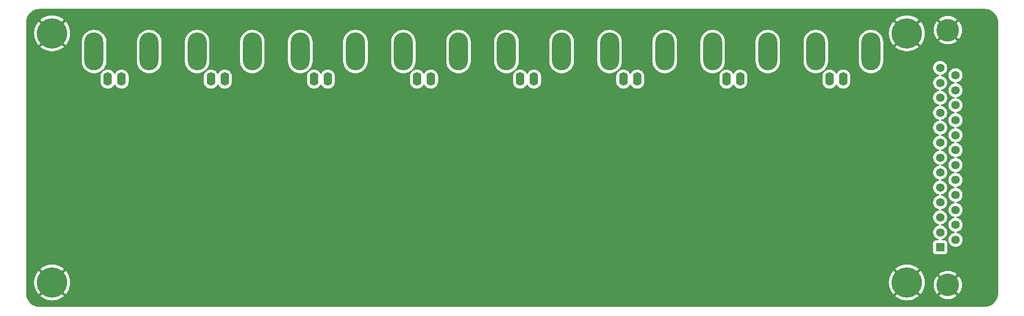
<source format=gbr>
%TF.GenerationSoftware,KiCad,Pcbnew,9.0.0*%
%TF.CreationDate,2025-06-08T16:05:14+02:00*%
%TF.ProjectId,LDC_BNC_interface,4c44435f-424e-4435-9f69-6e7465726661,rev?*%
%TF.SameCoordinates,Original*%
%TF.FileFunction,Copper,L2,Bot*%
%TF.FilePolarity,Positive*%
%FSLAX46Y46*%
G04 Gerber Fmt 4.6, Leading zero omitted, Abs format (unit mm)*
G04 Created by KiCad (PCBNEW 9.0.0) date 2025-06-08 16:05:14*
%MOMM*%
%LPD*%
G01*
G04 APERTURE LIST*
%TA.AperFunction,ComponentPad*%
%ADD10C,5.600000*%
%TD*%
%TA.AperFunction,ComponentPad*%
%ADD11O,1.600000X2.500000*%
%TD*%
%TA.AperFunction,ComponentPad*%
%ADD12O,3.500000X7.000000*%
%TD*%
%TA.AperFunction,ComponentPad*%
%ADD13C,4.191000*%
%TD*%
%TA.AperFunction,ComponentPad*%
%ADD14R,1.562100X1.562100*%
%TD*%
%TA.AperFunction,ComponentPad*%
%ADD15C,1.562100*%
%TD*%
%TA.AperFunction,ViaPad*%
%ADD16C,0.600000*%
%TD*%
G04 APERTURE END LIST*
D10*
%TO.P,H4,1,1*%
%TO.N,GND*%
X65300000Y-48000000D03*
%TD*%
%TO.P,H3,1,1*%
%TO.N,GND*%
X65300000Y-94000000D03*
%TD*%
%TO.P,H2,1,1*%
%TO.N,GND*%
X222700000Y-94000000D03*
%TD*%
%TO.P,H1,1,1*%
%TO.N,GND*%
X222700000Y-48000000D03*
%TD*%
D11*
%TO.P,J5,1,In*%
%TO.N,/IN1A*%
X116071429Y-56450000D03*
D12*
%TO.P,J5,2,Ext*%
%TO.N,/IN1B*%
X110991429Y-51370000D03*
D11*
X113531429Y-56450000D03*
D12*
X121151429Y-51370000D03*
%TD*%
%TO.P,J1,2,Ext*%
%TO.N,/IN3B*%
X83180000Y-51370000D03*
D11*
X75560000Y-56450000D03*
D12*
X73020000Y-51370000D03*
D11*
%TO.P,J1,1,In*%
%TO.N,/IN3A*%
X78100000Y-56450000D03*
%TD*%
D12*
%TO.P,J9,2,Ext*%
%TO.N,/IN6B*%
X197094286Y-51370000D03*
D11*
X189474286Y-56450000D03*
D12*
X186934286Y-51370000D03*
D11*
%TO.P,J9,1,In*%
%TO.N,/IN6A*%
X192014286Y-56450000D03*
%TD*%
D12*
%TO.P,J2,2,Ext*%
%TO.N,/IN2B*%
X102165714Y-51370000D03*
D11*
X94545714Y-56450000D03*
D12*
X92005714Y-51370000D03*
D11*
%TO.P,J2,1,In*%
%TO.N,/IN2A*%
X97085714Y-56450000D03*
%TD*%
D12*
%TO.P,J7,2,Ext*%
%TO.N,/IN4B*%
X159122857Y-51370000D03*
D11*
X151502857Y-56450000D03*
D12*
X148962857Y-51370000D03*
D11*
%TO.P,J7,1,In*%
%TO.N,/IN4A*%
X154042857Y-56450000D03*
%TD*%
D12*
%TO.P,J8,2,Ext*%
%TO.N,/IN7B*%
X216080000Y-51370000D03*
D11*
X208460000Y-56450000D03*
D12*
X205920000Y-51370000D03*
D11*
%TO.P,J8,1,In*%
%TO.N,/IN7A*%
X211000000Y-56450000D03*
%TD*%
D12*
%TO.P,J6,2,Ext*%
%TO.N,/IN5B*%
X178108571Y-51370000D03*
D11*
X170488571Y-56450000D03*
D12*
X167948571Y-51370000D03*
D11*
%TO.P,J6,1,In*%
%TO.N,/IN5A*%
X173028571Y-56450000D03*
%TD*%
%TO.P,J3,1,In*%
%TO.N,/IN0A*%
X135057143Y-56450000D03*
D12*
%TO.P,J3,2,Ext*%
%TO.N,/IN0B*%
X129977143Y-51370000D03*
D11*
X132517143Y-56450000D03*
D12*
X140137143Y-51370000D03*
%TD*%
D13*
%TO.P,J4,0,PAD*%
%TO.N,GND*%
X230242000Y-94460400D03*
X230242000Y-47419600D03*
D14*
%TO.P,J4,1,1*%
%TO.N,/IN3A*%
X228819600Y-87500000D03*
D15*
%TO.P,J4,2,2*%
%TO.N,unconnected-(J4-Pad2)*%
X228819600Y-84740000D03*
%TO.P,J4,3,3*%
%TO.N,/IN2B*%
X228819600Y-81980000D03*
%TO.P,J4,4,4*%
%TO.N,/IN1A*%
X228819600Y-79220000D03*
%TO.P,J4,5,5*%
%TO.N,unconnected-(J4-Pad5)*%
X228819600Y-76460000D03*
%TO.P,J4,6,6*%
%TO.N,/IN0A*%
X228819600Y-73700000D03*
%TO.P,J4,7,7*%
%TO.N,unconnected-(J4-Pad7)*%
X228819600Y-70940000D03*
%TO.P,J4,8,8*%
%TO.N,/IN4A*%
X228819600Y-68180000D03*
%TO.P,J4,9,9*%
%TO.N,unconnected-(J4-Pad9)*%
X228819600Y-65420000D03*
%TO.P,J4,10,10*%
%TO.N,/IN5B*%
X228819600Y-62660000D03*
%TO.P,J4,11,11*%
%TO.N,/IN6A*%
X228819600Y-59900000D03*
%TO.P,J4,12,12*%
%TO.N,unconnected-(J4-Pad12)*%
X228819600Y-57140000D03*
%TO.P,J4,13,13*%
%TO.N,/IN7B*%
X228819600Y-54380000D03*
%TO.P,J4,14,P14*%
%TO.N,/IN3B*%
X231664400Y-86120000D03*
%TO.P,J4,15,P15*%
%TO.N,/IN2A*%
X231664400Y-83360000D03*
%TO.P,J4,16,P16*%
%TO.N,unconnected-(J4-P16-Pad16)*%
X231664400Y-80600000D03*
%TO.P,J4,17,P17*%
%TO.N,/IN1B*%
X231664400Y-77840000D03*
%TO.P,J4,18,P18*%
%TO.N,unconnected-(J4-P18-Pad18)*%
X231664400Y-75080000D03*
%TO.P,J4,19,P19*%
%TO.N,/IN0B*%
X231664400Y-72320000D03*
%TO.P,J4,20,P20*%
%TO.N,unconnected-(J4-P20-Pad20)*%
X231664400Y-69560000D03*
%TO.P,J4,21,P21*%
%TO.N,/IN4B*%
X231664400Y-66800000D03*
%TO.P,J4,22,P22*%
%TO.N,/IN5A*%
X231664400Y-64040000D03*
%TO.P,J4,23,P23*%
%TO.N,unconnected-(J4-P23-Pad23)*%
X231664400Y-61280000D03*
%TO.P,J4,24,P24*%
%TO.N,/IN6B*%
X231664400Y-58520000D03*
%TO.P,J4,25,P25*%
%TO.N,/IN7A*%
X231664400Y-55760000D03*
%TD*%
D16*
%TO.N,GND*%
X109000000Y-91000000D03*
X221000000Y-58000000D03*
X153777778Y-71000000D03*
X181000000Y-71000000D03*
X181000000Y-61000000D03*
X181000000Y-66000000D03*
X211000000Y-49000000D03*
X192000000Y-49000000D03*
X173000000Y-49000000D03*
X154000000Y-49000000D03*
X135000000Y-49000000D03*
X116000000Y-49000000D03*
X97000000Y-49000000D03*
X88000000Y-91000000D03*
X88000000Y-86000000D03*
X109000000Y-86000000D03*
X109000000Y-76000000D03*
X208000000Y-62000000D03*
X208000000Y-71000000D03*
X208000000Y-66000000D03*
X208000000Y-76000000D03*
X153777778Y-76000000D03*
X180888889Y-76000000D03*
X126666667Y-76000000D03*
X208000000Y-81000000D03*
X153777778Y-81000000D03*
X180888889Y-81000000D03*
X126666667Y-81000000D03*
X208000000Y-86000000D03*
X153777778Y-86000000D03*
X180888889Y-86000000D03*
X126666667Y-86000000D03*
X78000000Y-49000000D03*
X208000000Y-91000000D03*
X180888889Y-91000000D03*
X153777778Y-91000000D03*
X126666667Y-91000000D03*
%TD*%
%TA.AperFunction,Conductor*%
%TO.N,GND*%
G36*
X237003736Y-43500726D02*
G01*
X237293796Y-43518271D01*
X237308659Y-43520076D01*
X237590798Y-43571780D01*
X237605335Y-43575363D01*
X237879172Y-43660695D01*
X237893163Y-43666000D01*
X238154743Y-43783727D01*
X238167989Y-43790680D01*
X238413465Y-43939075D01*
X238425776Y-43947573D01*
X238651573Y-44124473D01*
X238662781Y-44134403D01*
X238865596Y-44337218D01*
X238875526Y-44348426D01*
X238995481Y-44501538D01*
X239052422Y-44574217D01*
X239060928Y-44586540D01*
X239209316Y-44832004D01*
X239216275Y-44845263D01*
X239333997Y-45106831D01*
X239339306Y-45120832D01*
X239424635Y-45394663D01*
X239428219Y-45409201D01*
X239479923Y-45691340D01*
X239481728Y-45706205D01*
X239499274Y-45996263D01*
X239499500Y-46003750D01*
X239499500Y-95996249D01*
X239499274Y-96003736D01*
X239481728Y-96293794D01*
X239479923Y-96308659D01*
X239428219Y-96590798D01*
X239424635Y-96605336D01*
X239339306Y-96879167D01*
X239333997Y-96893168D01*
X239216275Y-97154736D01*
X239209316Y-97167995D01*
X239060928Y-97413459D01*
X239052422Y-97425782D01*
X238875526Y-97651573D01*
X238865596Y-97662781D01*
X238662781Y-97865596D01*
X238651573Y-97875526D01*
X238425782Y-98052422D01*
X238413459Y-98060928D01*
X238167995Y-98209316D01*
X238154736Y-98216275D01*
X237893168Y-98333997D01*
X237879167Y-98339306D01*
X237605336Y-98424635D01*
X237590798Y-98428219D01*
X237308659Y-98479923D01*
X237293794Y-98481728D01*
X237003736Y-98499274D01*
X236996249Y-98499500D01*
X63003751Y-98499500D01*
X62996264Y-98499274D01*
X62706205Y-98481728D01*
X62691340Y-98479923D01*
X62409201Y-98428219D01*
X62394663Y-98424635D01*
X62120832Y-98339306D01*
X62106831Y-98333997D01*
X61845263Y-98216275D01*
X61832004Y-98209316D01*
X61586540Y-98060928D01*
X61574217Y-98052422D01*
X61348426Y-97875526D01*
X61337218Y-97865596D01*
X61134403Y-97662781D01*
X61124473Y-97651573D01*
X60947573Y-97425776D01*
X60939075Y-97413465D01*
X60790680Y-97167989D01*
X60783727Y-97154743D01*
X60666000Y-96893163D01*
X60660693Y-96879167D01*
X60646593Y-96833920D01*
X60575363Y-96605335D01*
X60571780Y-96590798D01*
X60551044Y-96477645D01*
X60520076Y-96308659D01*
X60518271Y-96293794D01*
X60500726Y-96003736D01*
X60500500Y-95996249D01*
X60500500Y-93837884D01*
X62000000Y-93837884D01*
X62000000Y-94162115D01*
X62031779Y-94484784D01*
X62031782Y-94484801D01*
X62095030Y-94802781D01*
X62095033Y-94802792D01*
X62189157Y-95113078D01*
X62313238Y-95412635D01*
X62313240Y-95412640D01*
X62466079Y-95698580D01*
X62466090Y-95698598D01*
X62646212Y-95968170D01*
X62646222Y-95968184D01*
X62795890Y-96150554D01*
X62795891Y-96150555D01*
X64005748Y-94940698D01*
X64079588Y-95042330D01*
X64257670Y-95220412D01*
X64359300Y-95294251D01*
X63149443Y-96504107D01*
X63149444Y-96504108D01*
X63331815Y-96653777D01*
X63331829Y-96653787D01*
X63601401Y-96833909D01*
X63601419Y-96833920D01*
X63887359Y-96986759D01*
X63887364Y-96986761D01*
X64186921Y-97110842D01*
X64497207Y-97204966D01*
X64497218Y-97204969D01*
X64815198Y-97268217D01*
X64815215Y-97268220D01*
X65137884Y-97300000D01*
X65462116Y-97300000D01*
X65784784Y-97268220D01*
X65784801Y-97268217D01*
X66102781Y-97204969D01*
X66102792Y-97204966D01*
X66413078Y-97110842D01*
X66712635Y-96986761D01*
X66712640Y-96986759D01*
X66998580Y-96833920D01*
X66998598Y-96833909D01*
X67268170Y-96653787D01*
X67268183Y-96653777D01*
X67450554Y-96504108D01*
X67450554Y-96504107D01*
X66240698Y-95294251D01*
X66342330Y-95220412D01*
X66520412Y-95042330D01*
X66594251Y-94940698D01*
X67804107Y-96150554D01*
X67804108Y-96150554D01*
X67953777Y-95968183D01*
X67953787Y-95968170D01*
X68133909Y-95698598D01*
X68133920Y-95698580D01*
X68286759Y-95412640D01*
X68286761Y-95412635D01*
X68410842Y-95113078D01*
X68504966Y-94802792D01*
X68504969Y-94802781D01*
X68568217Y-94484801D01*
X68568220Y-94484784D01*
X68600000Y-94162115D01*
X68600000Y-93837884D01*
X219400000Y-93837884D01*
X219400000Y-94162115D01*
X219431779Y-94484784D01*
X219431782Y-94484801D01*
X219495030Y-94802781D01*
X219495033Y-94802792D01*
X219589157Y-95113078D01*
X219713238Y-95412635D01*
X219713240Y-95412640D01*
X219866079Y-95698580D01*
X219866090Y-95698598D01*
X220046212Y-95968170D01*
X220046222Y-95968184D01*
X220195890Y-96150554D01*
X220195891Y-96150555D01*
X221405748Y-94940698D01*
X221479588Y-95042330D01*
X221657670Y-95220412D01*
X221759300Y-95294251D01*
X220549443Y-96504107D01*
X220549444Y-96504108D01*
X220731815Y-96653777D01*
X220731829Y-96653787D01*
X221001401Y-96833909D01*
X221001419Y-96833920D01*
X221287359Y-96986759D01*
X221287364Y-96986761D01*
X221586921Y-97110842D01*
X221897207Y-97204966D01*
X221897218Y-97204969D01*
X222215198Y-97268217D01*
X222215215Y-97268220D01*
X222537884Y-97300000D01*
X222862116Y-97300000D01*
X223184784Y-97268220D01*
X223184801Y-97268217D01*
X223502781Y-97204969D01*
X223502792Y-97204966D01*
X223813078Y-97110842D01*
X224112635Y-96986761D01*
X224112640Y-96986759D01*
X224398580Y-96833920D01*
X224398598Y-96833909D01*
X224668170Y-96653787D01*
X224668183Y-96653777D01*
X224850554Y-96504108D01*
X224850554Y-96504107D01*
X223640698Y-95294251D01*
X223742330Y-95220412D01*
X223920412Y-95042330D01*
X223994251Y-94940698D01*
X225204107Y-96150554D01*
X225204108Y-96150554D01*
X225353777Y-95968183D01*
X225353787Y-95968170D01*
X225533909Y-95698598D01*
X225533920Y-95698580D01*
X225686759Y-95412640D01*
X225686761Y-95412635D01*
X225810842Y-95113078D01*
X225904966Y-94802792D01*
X225904969Y-94802781D01*
X225968217Y-94484801D01*
X225968220Y-94484784D01*
X225984979Y-94314635D01*
X227646500Y-94314635D01*
X227646500Y-94606164D01*
X227679138Y-94895835D01*
X227679140Y-94895851D01*
X227744008Y-95180058D01*
X227744012Y-95180070D01*
X227840293Y-95455223D01*
X227966776Y-95717868D01*
X228121875Y-95964706D01*
X228238231Y-96110614D01*
X228956696Y-95392148D01*
X229031123Y-95494587D01*
X229207813Y-95671277D01*
X229310249Y-95745701D01*
X228591784Y-96464167D01*
X228737693Y-96580524D01*
X228984531Y-96735623D01*
X229247176Y-96862106D01*
X229522329Y-96958387D01*
X229522341Y-96958391D01*
X229806548Y-97023259D01*
X229806564Y-97023261D01*
X230096235Y-97055899D01*
X230096237Y-97055900D01*
X230387763Y-97055900D01*
X230387764Y-97055899D01*
X230677435Y-97023261D01*
X230677451Y-97023259D01*
X230961658Y-96958391D01*
X230961670Y-96958387D01*
X231236823Y-96862106D01*
X231499468Y-96735623D01*
X231746306Y-96580524D01*
X231892214Y-96464167D01*
X231892214Y-96464166D01*
X231173749Y-95745702D01*
X231276187Y-95671277D01*
X231452877Y-95494587D01*
X231527301Y-95392149D01*
X232245766Y-96110614D01*
X232245767Y-96110614D01*
X232362124Y-95964706D01*
X232517223Y-95717868D01*
X232643706Y-95455223D01*
X232739987Y-95180070D01*
X232739991Y-95180058D01*
X232804859Y-94895851D01*
X232804861Y-94895835D01*
X232837499Y-94606164D01*
X232837500Y-94606162D01*
X232837500Y-94314637D01*
X232837499Y-94314635D01*
X232804861Y-94024964D01*
X232804859Y-94024948D01*
X232739991Y-93740741D01*
X232739987Y-93740729D01*
X232643706Y-93465576D01*
X232517223Y-93202931D01*
X232362124Y-92956093D01*
X232245767Y-92810184D01*
X231527301Y-93528649D01*
X231452877Y-93426213D01*
X231276187Y-93249523D01*
X231173748Y-93175096D01*
X231892214Y-92456631D01*
X231746306Y-92340275D01*
X231499468Y-92185176D01*
X231236823Y-92058693D01*
X230961670Y-91962412D01*
X230961658Y-91962408D01*
X230677451Y-91897540D01*
X230677435Y-91897538D01*
X230387764Y-91864900D01*
X230096235Y-91864900D01*
X229806564Y-91897538D01*
X229806548Y-91897540D01*
X229522341Y-91962408D01*
X229522329Y-91962412D01*
X229247176Y-92058693D01*
X228984531Y-92185176D01*
X228737689Y-92340277D01*
X228737685Y-92340280D01*
X228591784Y-92456631D01*
X229310250Y-93175097D01*
X229207813Y-93249523D01*
X229031123Y-93426213D01*
X228956697Y-93528650D01*
X228238231Y-92810184D01*
X228121880Y-92956085D01*
X228121877Y-92956089D01*
X227966776Y-93202931D01*
X227840293Y-93465576D01*
X227744012Y-93740729D01*
X227744008Y-93740741D01*
X227679140Y-94024948D01*
X227679138Y-94024964D01*
X227646500Y-94314635D01*
X225984979Y-94314635D01*
X225986518Y-94299007D01*
X226000000Y-94162115D01*
X226000000Y-93837884D01*
X225968220Y-93515215D01*
X225968217Y-93515198D01*
X225904969Y-93197218D01*
X225904966Y-93197207D01*
X225810842Y-92886921D01*
X225686762Y-92587365D01*
X225674022Y-92563530D01*
X225674021Y-92563528D01*
X225533920Y-92301419D01*
X225533909Y-92301401D01*
X225353787Y-92031829D01*
X225353777Y-92031815D01*
X225204108Y-91849444D01*
X225204107Y-91849443D01*
X223994250Y-93059300D01*
X223920412Y-92957670D01*
X223742330Y-92779588D01*
X223640697Y-92705747D01*
X224850555Y-91495891D01*
X224850554Y-91495890D01*
X224668184Y-91346222D01*
X224668170Y-91346212D01*
X224398598Y-91166090D01*
X224398580Y-91166079D01*
X224112640Y-91013240D01*
X224112635Y-91013238D01*
X223813078Y-90889157D01*
X223502792Y-90795033D01*
X223502781Y-90795030D01*
X223184801Y-90731782D01*
X223184784Y-90731779D01*
X222862116Y-90700000D01*
X222537884Y-90700000D01*
X222215215Y-90731779D01*
X222215198Y-90731782D01*
X221897218Y-90795030D01*
X221897207Y-90795033D01*
X221586921Y-90889157D01*
X221287364Y-91013238D01*
X221287359Y-91013240D01*
X221001419Y-91166079D01*
X221001401Y-91166090D01*
X220731829Y-91346212D01*
X220731815Y-91346222D01*
X220549444Y-91495890D01*
X220549443Y-91495891D01*
X221759301Y-92705748D01*
X221657670Y-92779588D01*
X221479588Y-92957670D01*
X221405748Y-93059301D01*
X220195891Y-91849443D01*
X220195890Y-91849444D01*
X220046222Y-92031815D01*
X220046212Y-92031829D01*
X219866090Y-92301401D01*
X219866079Y-92301419D01*
X219713240Y-92587359D01*
X219713238Y-92587364D01*
X219589157Y-92886921D01*
X219495033Y-93197207D01*
X219495030Y-93197218D01*
X219431782Y-93515198D01*
X219431779Y-93515215D01*
X219400000Y-93837884D01*
X68600000Y-93837884D01*
X68568220Y-93515215D01*
X68568217Y-93515198D01*
X68504969Y-93197218D01*
X68504966Y-93197207D01*
X68410842Y-92886921D01*
X68286761Y-92587364D01*
X68286759Y-92587359D01*
X68133920Y-92301419D01*
X68133909Y-92301401D01*
X67953787Y-92031829D01*
X67953777Y-92031815D01*
X67804108Y-91849444D01*
X67804107Y-91849443D01*
X66594250Y-93059300D01*
X66520412Y-92957670D01*
X66342330Y-92779588D01*
X66240697Y-92705747D01*
X67450555Y-91495891D01*
X67450554Y-91495890D01*
X67268184Y-91346222D01*
X67268170Y-91346212D01*
X66998598Y-91166090D01*
X66998580Y-91166079D01*
X66712640Y-91013240D01*
X66712635Y-91013238D01*
X66413078Y-90889157D01*
X66102792Y-90795033D01*
X66102781Y-90795030D01*
X65784801Y-90731782D01*
X65784784Y-90731779D01*
X65462116Y-90700000D01*
X65137884Y-90700000D01*
X64815215Y-90731779D01*
X64815198Y-90731782D01*
X64497218Y-90795030D01*
X64497207Y-90795033D01*
X64186921Y-90889157D01*
X63887364Y-91013238D01*
X63887359Y-91013240D01*
X63601419Y-91166079D01*
X63601401Y-91166090D01*
X63331829Y-91346212D01*
X63331815Y-91346222D01*
X63149444Y-91495890D01*
X63149443Y-91495891D01*
X64359301Y-92705748D01*
X64257670Y-92779588D01*
X64079588Y-92957670D01*
X64005748Y-93059301D01*
X62795891Y-91849443D01*
X62795890Y-91849444D01*
X62646222Y-92031815D01*
X62646212Y-92031829D01*
X62466090Y-92301401D01*
X62466079Y-92301419D01*
X62313240Y-92587359D01*
X62313238Y-92587364D01*
X62189157Y-92886921D01*
X62095033Y-93197207D01*
X62095030Y-93197218D01*
X62031782Y-93515198D01*
X62031779Y-93515215D01*
X62000000Y-93837884D01*
X60500500Y-93837884D01*
X60500500Y-55897648D01*
X74259500Y-55897648D01*
X74259500Y-57002352D01*
X74261904Y-57017527D01*
X74291522Y-57204534D01*
X74354781Y-57399223D01*
X74447715Y-57581613D01*
X74568028Y-57747213D01*
X74712786Y-57891971D01*
X74867749Y-58004556D01*
X74878390Y-58012287D01*
X74994607Y-58071503D01*
X75060776Y-58105218D01*
X75060778Y-58105218D01*
X75060781Y-58105220D01*
X75165137Y-58139127D01*
X75255465Y-58168477D01*
X75356557Y-58184488D01*
X75457648Y-58200500D01*
X75457649Y-58200500D01*
X75662351Y-58200500D01*
X75662352Y-58200500D01*
X75864534Y-58168477D01*
X76059219Y-58105220D01*
X76241610Y-58012287D01*
X76334590Y-57944732D01*
X76407213Y-57891971D01*
X76407215Y-57891968D01*
X76407219Y-57891966D01*
X76551966Y-57747219D01*
X76551968Y-57747215D01*
X76551971Y-57747213D01*
X76672284Y-57581614D01*
X76672285Y-57581613D01*
X76672287Y-57581610D01*
X76719516Y-57488917D01*
X76767489Y-57438123D01*
X76835310Y-57421328D01*
X76901445Y-57443865D01*
X76940483Y-57488917D01*
X76984348Y-57575006D01*
X76987715Y-57581614D01*
X77108028Y-57747213D01*
X77252786Y-57891971D01*
X77407749Y-58004556D01*
X77418390Y-58012287D01*
X77534607Y-58071503D01*
X77600776Y-58105218D01*
X77600778Y-58105218D01*
X77600781Y-58105220D01*
X77705137Y-58139127D01*
X77795465Y-58168477D01*
X77896557Y-58184488D01*
X77997648Y-58200500D01*
X77997649Y-58200500D01*
X78202351Y-58200500D01*
X78202352Y-58200500D01*
X78404534Y-58168477D01*
X78599219Y-58105220D01*
X78781610Y-58012287D01*
X78874590Y-57944732D01*
X78947213Y-57891971D01*
X78947215Y-57891968D01*
X78947219Y-57891966D01*
X79091966Y-57747219D01*
X79091968Y-57747215D01*
X79091971Y-57747213D01*
X79144732Y-57674590D01*
X79212287Y-57581610D01*
X79305220Y-57399219D01*
X79368477Y-57204534D01*
X79400500Y-57002352D01*
X79400500Y-55897648D01*
X93245214Y-55897648D01*
X93245214Y-57002352D01*
X93247618Y-57017527D01*
X93277236Y-57204534D01*
X93340495Y-57399223D01*
X93433429Y-57581613D01*
X93553742Y-57747213D01*
X93698500Y-57891971D01*
X93853463Y-58004556D01*
X93864104Y-58012287D01*
X93980321Y-58071503D01*
X94046490Y-58105218D01*
X94046492Y-58105218D01*
X94046495Y-58105220D01*
X94150851Y-58139127D01*
X94241179Y-58168477D01*
X94342271Y-58184488D01*
X94443362Y-58200500D01*
X94443363Y-58200500D01*
X94648065Y-58200500D01*
X94648066Y-58200500D01*
X94850248Y-58168477D01*
X95044933Y-58105220D01*
X95227324Y-58012287D01*
X95320304Y-57944732D01*
X95392927Y-57891971D01*
X95392929Y-57891968D01*
X95392933Y-57891966D01*
X95537680Y-57747219D01*
X95537682Y-57747215D01*
X95537685Y-57747213D01*
X95657998Y-57581614D01*
X95657999Y-57581613D01*
X95658001Y-57581610D01*
X95705230Y-57488917D01*
X95753203Y-57438123D01*
X95821024Y-57421328D01*
X95887159Y-57443865D01*
X95926197Y-57488917D01*
X95970062Y-57575006D01*
X95973429Y-57581614D01*
X96093742Y-57747213D01*
X96238500Y-57891971D01*
X96393463Y-58004556D01*
X96404104Y-58012287D01*
X96520321Y-58071503D01*
X96586490Y-58105218D01*
X96586492Y-58105218D01*
X96586495Y-58105220D01*
X96690851Y-58139127D01*
X96781179Y-58168477D01*
X96882271Y-58184488D01*
X96983362Y-58200500D01*
X96983363Y-58200500D01*
X97188065Y-58200500D01*
X97188066Y-58200500D01*
X97390248Y-58168477D01*
X97584933Y-58105220D01*
X97767324Y-58012287D01*
X97860304Y-57944732D01*
X97932927Y-57891971D01*
X97932929Y-57891968D01*
X97932933Y-57891966D01*
X98077680Y-57747219D01*
X98077682Y-57747215D01*
X98077685Y-57747213D01*
X98130446Y-57674590D01*
X98198001Y-57581610D01*
X98290934Y-57399219D01*
X98354191Y-57204534D01*
X98386214Y-57002352D01*
X98386214Y-55897648D01*
X112230929Y-55897648D01*
X112230929Y-57002352D01*
X112233333Y-57017527D01*
X112262951Y-57204534D01*
X112326210Y-57399223D01*
X112419144Y-57581613D01*
X112539457Y-57747213D01*
X112684215Y-57891971D01*
X112839178Y-58004556D01*
X112849819Y-58012287D01*
X112966036Y-58071503D01*
X113032205Y-58105218D01*
X113032207Y-58105218D01*
X113032210Y-58105220D01*
X113136566Y-58139127D01*
X113226894Y-58168477D01*
X113327986Y-58184488D01*
X113429077Y-58200500D01*
X113429078Y-58200500D01*
X113633780Y-58200500D01*
X113633781Y-58200500D01*
X113835963Y-58168477D01*
X114030648Y-58105220D01*
X114213039Y-58012287D01*
X114306019Y-57944732D01*
X114378642Y-57891971D01*
X114378644Y-57891968D01*
X114378648Y-57891966D01*
X114523395Y-57747219D01*
X114523397Y-57747215D01*
X114523400Y-57747213D01*
X114643713Y-57581614D01*
X114643714Y-57581613D01*
X114643716Y-57581610D01*
X114690945Y-57488917D01*
X114738918Y-57438123D01*
X114806739Y-57421328D01*
X114872874Y-57443865D01*
X114911912Y-57488917D01*
X114955777Y-57575006D01*
X114959144Y-57581614D01*
X115079457Y-57747213D01*
X115224215Y-57891971D01*
X115379178Y-58004556D01*
X115389819Y-58012287D01*
X115506036Y-58071503D01*
X115572205Y-58105218D01*
X115572207Y-58105218D01*
X115572210Y-58105220D01*
X115676566Y-58139127D01*
X115766894Y-58168477D01*
X115867986Y-58184488D01*
X115969077Y-58200500D01*
X115969078Y-58200500D01*
X116173780Y-58200500D01*
X116173781Y-58200500D01*
X116375963Y-58168477D01*
X116570648Y-58105220D01*
X116753039Y-58012287D01*
X116846019Y-57944732D01*
X116918642Y-57891971D01*
X116918644Y-57891968D01*
X116918648Y-57891966D01*
X117063395Y-57747219D01*
X117063397Y-57747215D01*
X117063400Y-57747213D01*
X117116161Y-57674590D01*
X117183716Y-57581610D01*
X117276649Y-57399219D01*
X117339906Y-57204534D01*
X117371929Y-57002352D01*
X117371929Y-55897648D01*
X131216643Y-55897648D01*
X131216643Y-57002352D01*
X131219047Y-57017527D01*
X131248665Y-57204534D01*
X131311924Y-57399223D01*
X131404858Y-57581613D01*
X131525171Y-57747213D01*
X131669929Y-57891971D01*
X131824892Y-58004556D01*
X131835533Y-58012287D01*
X131951750Y-58071503D01*
X132017919Y-58105218D01*
X132017921Y-58105218D01*
X132017924Y-58105220D01*
X132122280Y-58139127D01*
X132212608Y-58168477D01*
X132313700Y-58184488D01*
X132414791Y-58200500D01*
X132414792Y-58200500D01*
X132619494Y-58200500D01*
X132619495Y-58200500D01*
X132821677Y-58168477D01*
X133016362Y-58105220D01*
X133198753Y-58012287D01*
X133291733Y-57944732D01*
X133364356Y-57891971D01*
X133364358Y-57891968D01*
X133364362Y-57891966D01*
X133509109Y-57747219D01*
X133509111Y-57747215D01*
X133509114Y-57747213D01*
X133629427Y-57581614D01*
X133629428Y-57581613D01*
X133629430Y-57581610D01*
X133676659Y-57488917D01*
X133724632Y-57438123D01*
X133792453Y-57421328D01*
X133858588Y-57443865D01*
X133897626Y-57488917D01*
X133941491Y-57575006D01*
X133944858Y-57581614D01*
X134065171Y-57747213D01*
X134209929Y-57891971D01*
X134364892Y-58004556D01*
X134375533Y-58012287D01*
X134491750Y-58071503D01*
X134557919Y-58105218D01*
X134557921Y-58105218D01*
X134557924Y-58105220D01*
X134662280Y-58139127D01*
X134752608Y-58168477D01*
X134853700Y-58184488D01*
X134954791Y-58200500D01*
X134954792Y-58200500D01*
X135159494Y-58200500D01*
X135159495Y-58200500D01*
X135361677Y-58168477D01*
X135556362Y-58105220D01*
X135738753Y-58012287D01*
X135831733Y-57944732D01*
X135904356Y-57891971D01*
X135904358Y-57891968D01*
X135904362Y-57891966D01*
X136049109Y-57747219D01*
X136049111Y-57747215D01*
X136049114Y-57747213D01*
X136101875Y-57674590D01*
X136169430Y-57581610D01*
X136262363Y-57399219D01*
X136325620Y-57204534D01*
X136357643Y-57002352D01*
X136357643Y-55897648D01*
X150202357Y-55897648D01*
X150202357Y-57002352D01*
X150204761Y-57017527D01*
X150234379Y-57204534D01*
X150297638Y-57399223D01*
X150390572Y-57581613D01*
X150510885Y-57747213D01*
X150655643Y-57891971D01*
X150810606Y-58004556D01*
X150821247Y-58012287D01*
X150937464Y-58071503D01*
X151003633Y-58105218D01*
X151003635Y-58105218D01*
X151003638Y-58105220D01*
X151107994Y-58139127D01*
X151198322Y-58168477D01*
X151299414Y-58184488D01*
X151400505Y-58200500D01*
X151400506Y-58200500D01*
X151605208Y-58200500D01*
X151605209Y-58200500D01*
X151807391Y-58168477D01*
X152002076Y-58105220D01*
X152184467Y-58012287D01*
X152277447Y-57944732D01*
X152350070Y-57891971D01*
X152350072Y-57891968D01*
X152350076Y-57891966D01*
X152494823Y-57747219D01*
X152494825Y-57747215D01*
X152494828Y-57747213D01*
X152615141Y-57581614D01*
X152615142Y-57581613D01*
X152615144Y-57581610D01*
X152662373Y-57488917D01*
X152710346Y-57438123D01*
X152778167Y-57421328D01*
X152844302Y-57443865D01*
X152883340Y-57488917D01*
X152927205Y-57575006D01*
X152930572Y-57581614D01*
X153050885Y-57747213D01*
X153195643Y-57891971D01*
X153350606Y-58004556D01*
X153361247Y-58012287D01*
X153477464Y-58071503D01*
X153543633Y-58105218D01*
X153543635Y-58105218D01*
X153543638Y-58105220D01*
X153647994Y-58139127D01*
X153738322Y-58168477D01*
X153839414Y-58184488D01*
X153940505Y-58200500D01*
X153940506Y-58200500D01*
X154145208Y-58200500D01*
X154145209Y-58200500D01*
X154347391Y-58168477D01*
X154542076Y-58105220D01*
X154724467Y-58012287D01*
X154817447Y-57944732D01*
X154890070Y-57891971D01*
X154890072Y-57891968D01*
X154890076Y-57891966D01*
X155034823Y-57747219D01*
X155034825Y-57747215D01*
X155034828Y-57747213D01*
X155087589Y-57674590D01*
X155155144Y-57581610D01*
X155248077Y-57399219D01*
X155311334Y-57204534D01*
X155343357Y-57002352D01*
X155343357Y-55897648D01*
X169188071Y-55897648D01*
X169188071Y-57002352D01*
X169190475Y-57017527D01*
X169220093Y-57204534D01*
X169283352Y-57399223D01*
X169376286Y-57581613D01*
X169496599Y-57747213D01*
X169641357Y-57891971D01*
X169796320Y-58004556D01*
X169806961Y-58012287D01*
X169923178Y-58071503D01*
X169989347Y-58105218D01*
X169989349Y-58105218D01*
X169989352Y-58105220D01*
X170093708Y-58139127D01*
X170184036Y-58168477D01*
X170285128Y-58184488D01*
X170386219Y-58200500D01*
X170386220Y-58200500D01*
X170590922Y-58200500D01*
X170590923Y-58200500D01*
X170793105Y-58168477D01*
X170987790Y-58105220D01*
X171170181Y-58012287D01*
X171263161Y-57944732D01*
X171335784Y-57891971D01*
X171335786Y-57891968D01*
X171335790Y-57891966D01*
X171480537Y-57747219D01*
X171480539Y-57747215D01*
X171480542Y-57747213D01*
X171600855Y-57581614D01*
X171600856Y-57581613D01*
X171600858Y-57581610D01*
X171648087Y-57488917D01*
X171696060Y-57438123D01*
X171763881Y-57421328D01*
X171830016Y-57443865D01*
X171869054Y-57488917D01*
X171912919Y-57575006D01*
X171916286Y-57581614D01*
X172036599Y-57747213D01*
X172181357Y-57891971D01*
X172336320Y-58004556D01*
X172346961Y-58012287D01*
X172463178Y-58071503D01*
X172529347Y-58105218D01*
X172529349Y-58105218D01*
X172529352Y-58105220D01*
X172633708Y-58139127D01*
X172724036Y-58168477D01*
X172825128Y-58184488D01*
X172926219Y-58200500D01*
X172926220Y-58200500D01*
X173130922Y-58200500D01*
X173130923Y-58200500D01*
X173333105Y-58168477D01*
X173527790Y-58105220D01*
X173710181Y-58012287D01*
X173803161Y-57944732D01*
X173875784Y-57891971D01*
X173875786Y-57891968D01*
X173875790Y-57891966D01*
X174020537Y-57747219D01*
X174020539Y-57747215D01*
X174020542Y-57747213D01*
X174073303Y-57674590D01*
X174140858Y-57581610D01*
X174233791Y-57399219D01*
X174297048Y-57204534D01*
X174329071Y-57002352D01*
X174329071Y-55897648D01*
X188173786Y-55897648D01*
X188173786Y-57002352D01*
X188176190Y-57017527D01*
X188205808Y-57204534D01*
X188269067Y-57399223D01*
X188362001Y-57581613D01*
X188482314Y-57747213D01*
X188627072Y-57891971D01*
X188782035Y-58004556D01*
X188792676Y-58012287D01*
X188908893Y-58071503D01*
X188975062Y-58105218D01*
X188975064Y-58105218D01*
X188975067Y-58105220D01*
X189079423Y-58139127D01*
X189169751Y-58168477D01*
X189270843Y-58184488D01*
X189371934Y-58200500D01*
X189371935Y-58200500D01*
X189576637Y-58200500D01*
X189576638Y-58200500D01*
X189778820Y-58168477D01*
X189973505Y-58105220D01*
X190155896Y-58012287D01*
X190248876Y-57944732D01*
X190321499Y-57891971D01*
X190321501Y-57891968D01*
X190321505Y-57891966D01*
X190466252Y-57747219D01*
X190466254Y-57747215D01*
X190466257Y-57747213D01*
X190586570Y-57581614D01*
X190586571Y-57581613D01*
X190586573Y-57581610D01*
X190633802Y-57488917D01*
X190681775Y-57438123D01*
X190749596Y-57421328D01*
X190815731Y-57443865D01*
X190854769Y-57488917D01*
X190898634Y-57575006D01*
X190902001Y-57581614D01*
X191022314Y-57747213D01*
X191167072Y-57891971D01*
X191322035Y-58004556D01*
X191332676Y-58012287D01*
X191448893Y-58071503D01*
X191515062Y-58105218D01*
X191515064Y-58105218D01*
X191515067Y-58105220D01*
X191619423Y-58139127D01*
X191709751Y-58168477D01*
X191810843Y-58184488D01*
X191911934Y-58200500D01*
X191911935Y-58200500D01*
X192116637Y-58200500D01*
X192116638Y-58200500D01*
X192318820Y-58168477D01*
X192513505Y-58105220D01*
X192695896Y-58012287D01*
X192788876Y-57944732D01*
X192861499Y-57891971D01*
X192861501Y-57891968D01*
X192861505Y-57891966D01*
X193006252Y-57747219D01*
X193006254Y-57747215D01*
X193006257Y-57747213D01*
X193059018Y-57674590D01*
X193126573Y-57581610D01*
X193219506Y-57399219D01*
X193282763Y-57204534D01*
X193314786Y-57002352D01*
X193314786Y-55897648D01*
X207159500Y-55897648D01*
X207159500Y-57002352D01*
X207161904Y-57017527D01*
X207191522Y-57204534D01*
X207254781Y-57399223D01*
X207347715Y-57581613D01*
X207468028Y-57747213D01*
X207612786Y-57891971D01*
X207767749Y-58004556D01*
X207778390Y-58012287D01*
X207894607Y-58071503D01*
X207960776Y-58105218D01*
X207960778Y-58105218D01*
X207960781Y-58105220D01*
X208065137Y-58139127D01*
X208155465Y-58168477D01*
X208256557Y-58184488D01*
X208357648Y-58200500D01*
X208357649Y-58200500D01*
X208562351Y-58200500D01*
X208562352Y-58200500D01*
X208764534Y-58168477D01*
X208959219Y-58105220D01*
X209141610Y-58012287D01*
X209234590Y-57944732D01*
X209307213Y-57891971D01*
X209307215Y-57891968D01*
X209307219Y-57891966D01*
X209451966Y-57747219D01*
X209451968Y-57747215D01*
X209451971Y-57747213D01*
X209572284Y-57581614D01*
X209572285Y-57581613D01*
X209572287Y-57581610D01*
X209619516Y-57488917D01*
X209667489Y-57438123D01*
X209735310Y-57421328D01*
X209801445Y-57443865D01*
X209840483Y-57488917D01*
X209884348Y-57575006D01*
X209887715Y-57581614D01*
X210008028Y-57747213D01*
X210152786Y-57891971D01*
X210307749Y-58004556D01*
X210318390Y-58012287D01*
X210434607Y-58071503D01*
X210500776Y-58105218D01*
X210500778Y-58105218D01*
X210500781Y-58105220D01*
X210605137Y-58139127D01*
X210695465Y-58168477D01*
X210796557Y-58184488D01*
X210897648Y-58200500D01*
X210897649Y-58200500D01*
X211102351Y-58200500D01*
X211102352Y-58200500D01*
X211304534Y-58168477D01*
X211499219Y-58105220D01*
X211681610Y-58012287D01*
X211774590Y-57944732D01*
X211847213Y-57891971D01*
X211847215Y-57891968D01*
X211847219Y-57891966D01*
X211991966Y-57747219D01*
X211991968Y-57747215D01*
X211991971Y-57747213D01*
X212044732Y-57674590D01*
X212112287Y-57581610D01*
X212205220Y-57399219D01*
X212268477Y-57204534D01*
X212300500Y-57002352D01*
X212300500Y-55897648D01*
X212268477Y-55695466D01*
X212259376Y-55667457D01*
X212205218Y-55500776D01*
X212138838Y-55370500D01*
X212112287Y-55318390D01*
X212104556Y-55307749D01*
X211991971Y-55152786D01*
X211847213Y-55008028D01*
X211681613Y-54887715D01*
X211681612Y-54887714D01*
X211681610Y-54887713D01*
X211624653Y-54858691D01*
X211499223Y-54794781D01*
X211304534Y-54731522D01*
X211129995Y-54703878D01*
X211102352Y-54699500D01*
X210897648Y-54699500D01*
X210873329Y-54703351D01*
X210695465Y-54731522D01*
X210500776Y-54794781D01*
X210318386Y-54887715D01*
X210152786Y-55008028D01*
X210008028Y-55152786D01*
X209887715Y-55318386D01*
X209840485Y-55411080D01*
X209792510Y-55461876D01*
X209724689Y-55478671D01*
X209658554Y-55456134D01*
X209619515Y-55411080D01*
X209598838Y-55370500D01*
X209572287Y-55318390D01*
X209564556Y-55307749D01*
X209451971Y-55152786D01*
X209307213Y-55008028D01*
X209141613Y-54887715D01*
X209141612Y-54887714D01*
X209141610Y-54887713D01*
X209084653Y-54858691D01*
X208959223Y-54794781D01*
X208764534Y-54731522D01*
X208589995Y-54703878D01*
X208562352Y-54699500D01*
X208357648Y-54699500D01*
X208333329Y-54703351D01*
X208155465Y-54731522D01*
X207960776Y-54794781D01*
X207778386Y-54887715D01*
X207612786Y-55008028D01*
X207468028Y-55152786D01*
X207347715Y-55318386D01*
X207254781Y-55500776D01*
X207191522Y-55695465D01*
X207160711Y-55890005D01*
X207159500Y-55897648D01*
X193314786Y-55897648D01*
X193282763Y-55695466D01*
X193273662Y-55667457D01*
X193219504Y-55500776D01*
X193153124Y-55370500D01*
X193126573Y-55318390D01*
X193118842Y-55307749D01*
X193006257Y-55152786D01*
X192861499Y-55008028D01*
X192695899Y-54887715D01*
X192695898Y-54887714D01*
X192695896Y-54887713D01*
X192638939Y-54858691D01*
X192513509Y-54794781D01*
X192318820Y-54731522D01*
X192144281Y-54703878D01*
X192116638Y-54699500D01*
X191911934Y-54699500D01*
X191887615Y-54703351D01*
X191709751Y-54731522D01*
X191515062Y-54794781D01*
X191332672Y-54887715D01*
X191167072Y-55008028D01*
X191022314Y-55152786D01*
X190902001Y-55318386D01*
X190854771Y-55411080D01*
X190806796Y-55461876D01*
X190738975Y-55478671D01*
X190672840Y-55456134D01*
X190633801Y-55411080D01*
X190613124Y-55370500D01*
X190586573Y-55318390D01*
X190578842Y-55307749D01*
X190466257Y-55152786D01*
X190321499Y-55008028D01*
X190155899Y-54887715D01*
X190155898Y-54887714D01*
X190155896Y-54887713D01*
X190098939Y-54858691D01*
X189973509Y-54794781D01*
X189778820Y-54731522D01*
X189604281Y-54703878D01*
X189576638Y-54699500D01*
X189371934Y-54699500D01*
X189347615Y-54703351D01*
X189169751Y-54731522D01*
X188975062Y-54794781D01*
X188792672Y-54887715D01*
X188627072Y-55008028D01*
X188482314Y-55152786D01*
X188362001Y-55318386D01*
X188269067Y-55500776D01*
X188205808Y-55695465D01*
X188174997Y-55890005D01*
X188173786Y-55897648D01*
X174329071Y-55897648D01*
X174297048Y-55695466D01*
X174287947Y-55667457D01*
X174233789Y-55500776D01*
X174167409Y-55370500D01*
X174140858Y-55318390D01*
X174133127Y-55307749D01*
X174020542Y-55152786D01*
X173875784Y-55008028D01*
X173710184Y-54887715D01*
X173710183Y-54887714D01*
X173710181Y-54887713D01*
X173653224Y-54858691D01*
X173527794Y-54794781D01*
X173333105Y-54731522D01*
X173158566Y-54703878D01*
X173130923Y-54699500D01*
X172926219Y-54699500D01*
X172901900Y-54703351D01*
X172724036Y-54731522D01*
X172529347Y-54794781D01*
X172346957Y-54887715D01*
X172181357Y-55008028D01*
X172036599Y-55152786D01*
X171916286Y-55318386D01*
X171869056Y-55411080D01*
X171821081Y-55461876D01*
X171753260Y-55478671D01*
X171687125Y-55456134D01*
X171648086Y-55411080D01*
X171627409Y-55370500D01*
X171600858Y-55318390D01*
X171593127Y-55307749D01*
X171480542Y-55152786D01*
X171335784Y-55008028D01*
X171170184Y-54887715D01*
X171170183Y-54887714D01*
X171170181Y-54887713D01*
X171113224Y-54858691D01*
X170987794Y-54794781D01*
X170793105Y-54731522D01*
X170618566Y-54703878D01*
X170590923Y-54699500D01*
X170386219Y-54699500D01*
X170361900Y-54703351D01*
X170184036Y-54731522D01*
X169989347Y-54794781D01*
X169806957Y-54887715D01*
X169641357Y-55008028D01*
X169496599Y-55152786D01*
X169376286Y-55318386D01*
X169283352Y-55500776D01*
X169220093Y-55695465D01*
X169189282Y-55890005D01*
X169188071Y-55897648D01*
X155343357Y-55897648D01*
X155311334Y-55695466D01*
X155302233Y-55667457D01*
X155248075Y-55500776D01*
X155181695Y-55370500D01*
X155155144Y-55318390D01*
X155147413Y-55307749D01*
X155034828Y-55152786D01*
X154890070Y-55008028D01*
X154724470Y-54887715D01*
X154724469Y-54887714D01*
X154724467Y-54887713D01*
X154667510Y-54858691D01*
X154542080Y-54794781D01*
X154347391Y-54731522D01*
X154172852Y-54703878D01*
X154145209Y-54699500D01*
X153940505Y-54699500D01*
X153916186Y-54703351D01*
X153738322Y-54731522D01*
X153543633Y-54794781D01*
X153361243Y-54887715D01*
X153195643Y-55008028D01*
X153050885Y-55152786D01*
X152930572Y-55318386D01*
X152883342Y-55411080D01*
X152835367Y-55461876D01*
X152767546Y-55478671D01*
X152701411Y-55456134D01*
X152662372Y-55411080D01*
X152641695Y-55370500D01*
X152615144Y-55318390D01*
X152607413Y-55307749D01*
X152494828Y-55152786D01*
X152350070Y-55008028D01*
X152184470Y-54887715D01*
X152184469Y-54887714D01*
X152184467Y-54887713D01*
X152127510Y-54858691D01*
X152002080Y-54794781D01*
X151807391Y-54731522D01*
X151632852Y-54703878D01*
X151605209Y-54699500D01*
X151400505Y-54699500D01*
X151376186Y-54703351D01*
X151198322Y-54731522D01*
X151003633Y-54794781D01*
X150821243Y-54887715D01*
X150655643Y-55008028D01*
X150510885Y-55152786D01*
X150390572Y-55318386D01*
X150297638Y-55500776D01*
X150234379Y-55695465D01*
X150203568Y-55890005D01*
X150202357Y-55897648D01*
X136357643Y-55897648D01*
X136325620Y-55695466D01*
X136316519Y-55667457D01*
X136262361Y-55500776D01*
X136195981Y-55370500D01*
X136169430Y-55318390D01*
X136161699Y-55307749D01*
X136049114Y-55152786D01*
X135904356Y-55008028D01*
X135738756Y-54887715D01*
X135738755Y-54887714D01*
X135738753Y-54887713D01*
X135681796Y-54858691D01*
X135556366Y-54794781D01*
X135361677Y-54731522D01*
X135187138Y-54703878D01*
X135159495Y-54699500D01*
X134954791Y-54699500D01*
X134930472Y-54703351D01*
X134752608Y-54731522D01*
X134557919Y-54794781D01*
X134375529Y-54887715D01*
X134209929Y-55008028D01*
X134065171Y-55152786D01*
X133944858Y-55318386D01*
X133897628Y-55411080D01*
X133849653Y-55461876D01*
X133781832Y-55478671D01*
X133715697Y-55456134D01*
X133676658Y-55411080D01*
X133655981Y-55370500D01*
X133629430Y-55318390D01*
X133621699Y-55307749D01*
X133509114Y-55152786D01*
X133364356Y-55008028D01*
X133198756Y-54887715D01*
X133198755Y-54887714D01*
X133198753Y-54887713D01*
X133141796Y-54858691D01*
X133016366Y-54794781D01*
X132821677Y-54731522D01*
X132647138Y-54703878D01*
X132619495Y-54699500D01*
X132414791Y-54699500D01*
X132390472Y-54703351D01*
X132212608Y-54731522D01*
X132017919Y-54794781D01*
X131835529Y-54887715D01*
X131669929Y-55008028D01*
X131525171Y-55152786D01*
X131404858Y-55318386D01*
X131311924Y-55500776D01*
X131248665Y-55695465D01*
X131217854Y-55890005D01*
X131216643Y-55897648D01*
X117371929Y-55897648D01*
X117339906Y-55695466D01*
X117330805Y-55667457D01*
X117276647Y-55500776D01*
X117210267Y-55370500D01*
X117183716Y-55318390D01*
X117175985Y-55307749D01*
X117063400Y-55152786D01*
X116918642Y-55008028D01*
X116753042Y-54887715D01*
X116753041Y-54887714D01*
X116753039Y-54887713D01*
X116696082Y-54858691D01*
X116570652Y-54794781D01*
X116375963Y-54731522D01*
X116201424Y-54703878D01*
X116173781Y-54699500D01*
X115969077Y-54699500D01*
X115944758Y-54703351D01*
X115766894Y-54731522D01*
X115572205Y-54794781D01*
X115389815Y-54887715D01*
X115224215Y-55008028D01*
X115079457Y-55152786D01*
X114959144Y-55318386D01*
X114911914Y-55411080D01*
X114863939Y-55461876D01*
X114796118Y-55478671D01*
X114729983Y-55456134D01*
X114690944Y-55411080D01*
X114670267Y-55370500D01*
X114643716Y-55318390D01*
X114635985Y-55307749D01*
X114523400Y-55152786D01*
X114378642Y-55008028D01*
X114213042Y-54887715D01*
X114213041Y-54887714D01*
X114213039Y-54887713D01*
X114156082Y-54858691D01*
X114030652Y-54794781D01*
X113835963Y-54731522D01*
X113661424Y-54703878D01*
X113633781Y-54699500D01*
X113429077Y-54699500D01*
X113404758Y-54703351D01*
X113226894Y-54731522D01*
X113032205Y-54794781D01*
X112849815Y-54887715D01*
X112684215Y-55008028D01*
X112539457Y-55152786D01*
X112419144Y-55318386D01*
X112326210Y-55500776D01*
X112262951Y-55695465D01*
X112232140Y-55890005D01*
X112230929Y-55897648D01*
X98386214Y-55897648D01*
X98354191Y-55695466D01*
X98345090Y-55667457D01*
X98290932Y-55500776D01*
X98224552Y-55370500D01*
X98198001Y-55318390D01*
X98190270Y-55307749D01*
X98077685Y-55152786D01*
X97932927Y-55008028D01*
X97767327Y-54887715D01*
X97767326Y-54887714D01*
X97767324Y-54887713D01*
X97710367Y-54858691D01*
X97584937Y-54794781D01*
X97390248Y-54731522D01*
X97215709Y-54703878D01*
X97188066Y-54699500D01*
X96983362Y-54699500D01*
X96959043Y-54703351D01*
X96781179Y-54731522D01*
X96586490Y-54794781D01*
X96404100Y-54887715D01*
X96238500Y-55008028D01*
X96093742Y-55152786D01*
X95973429Y-55318386D01*
X95926199Y-55411080D01*
X95878224Y-55461876D01*
X95810403Y-55478671D01*
X95744268Y-55456134D01*
X95705229Y-55411080D01*
X95684552Y-55370500D01*
X95658001Y-55318390D01*
X95650270Y-55307749D01*
X95537685Y-55152786D01*
X95392927Y-55008028D01*
X95227327Y-54887715D01*
X95227326Y-54887714D01*
X95227324Y-54887713D01*
X95170367Y-54858691D01*
X95044937Y-54794781D01*
X94850248Y-54731522D01*
X94675709Y-54703878D01*
X94648066Y-54699500D01*
X94443362Y-54699500D01*
X94419043Y-54703351D01*
X94241179Y-54731522D01*
X94046490Y-54794781D01*
X93864100Y-54887715D01*
X93698500Y-55008028D01*
X93553742Y-55152786D01*
X93433429Y-55318386D01*
X93340495Y-55500776D01*
X93277236Y-55695465D01*
X93246425Y-55890005D01*
X93245214Y-55897648D01*
X79400500Y-55897648D01*
X79368477Y-55695466D01*
X79359376Y-55667457D01*
X79305218Y-55500776D01*
X79238838Y-55370500D01*
X79212287Y-55318390D01*
X79204556Y-55307749D01*
X79091971Y-55152786D01*
X78947213Y-55008028D01*
X78781613Y-54887715D01*
X78781612Y-54887714D01*
X78781610Y-54887713D01*
X78724653Y-54858691D01*
X78599223Y-54794781D01*
X78404534Y-54731522D01*
X78229995Y-54703878D01*
X78202352Y-54699500D01*
X77997648Y-54699500D01*
X77973329Y-54703351D01*
X77795465Y-54731522D01*
X77600776Y-54794781D01*
X77418386Y-54887715D01*
X77252786Y-55008028D01*
X77108028Y-55152786D01*
X76987715Y-55318386D01*
X76940485Y-55411080D01*
X76892510Y-55461876D01*
X76824689Y-55478671D01*
X76758554Y-55456134D01*
X76719515Y-55411080D01*
X76698838Y-55370500D01*
X76672287Y-55318390D01*
X76664556Y-55307749D01*
X76551971Y-55152786D01*
X76407213Y-55008028D01*
X76241613Y-54887715D01*
X76241612Y-54887714D01*
X76241610Y-54887713D01*
X76184653Y-54858691D01*
X76059223Y-54794781D01*
X75864534Y-54731522D01*
X75689995Y-54703878D01*
X75662352Y-54699500D01*
X75457648Y-54699500D01*
X75433329Y-54703351D01*
X75255465Y-54731522D01*
X75060776Y-54794781D01*
X74878386Y-54887715D01*
X74712786Y-55008028D01*
X74568028Y-55152786D01*
X74447715Y-55318386D01*
X74354781Y-55500776D01*
X74291522Y-55695465D01*
X74260711Y-55890005D01*
X74259500Y-55897648D01*
X60500500Y-55897648D01*
X60500500Y-47837884D01*
X62000000Y-47837884D01*
X62000000Y-48162115D01*
X62031779Y-48484784D01*
X62031782Y-48484801D01*
X62095030Y-48802781D01*
X62095033Y-48802792D01*
X62189157Y-49113078D01*
X62313238Y-49412635D01*
X62313240Y-49412640D01*
X62466079Y-49698580D01*
X62466090Y-49698598D01*
X62646212Y-49968170D01*
X62646222Y-49968184D01*
X62795890Y-50150554D01*
X62795891Y-50150555D01*
X64005748Y-48940698D01*
X64079588Y-49042330D01*
X64257670Y-49220412D01*
X64359300Y-49294251D01*
X63149443Y-50504107D01*
X63149444Y-50504108D01*
X63331815Y-50653777D01*
X63331829Y-50653787D01*
X63601401Y-50833909D01*
X63601419Y-50833920D01*
X63887359Y-50986759D01*
X63887364Y-50986761D01*
X64186921Y-51110842D01*
X64497207Y-51204966D01*
X64497218Y-51204969D01*
X64815198Y-51268217D01*
X64815215Y-51268220D01*
X65137884Y-51300000D01*
X65462116Y-51300000D01*
X65784784Y-51268220D01*
X65784801Y-51268217D01*
X66102781Y-51204969D01*
X66102792Y-51204966D01*
X66413078Y-51110842D01*
X66712635Y-50986761D01*
X66712640Y-50986759D01*
X66998580Y-50833920D01*
X66998598Y-50833909D01*
X67268170Y-50653787D01*
X67268183Y-50653777D01*
X67450554Y-50504108D01*
X67450554Y-50504107D01*
X66240698Y-49294251D01*
X66342330Y-49220412D01*
X66520412Y-49042330D01*
X66594251Y-48940698D01*
X67804107Y-50150554D01*
X67804108Y-50150554D01*
X67953777Y-49968183D01*
X67953787Y-49968170D01*
X68133909Y-49698598D01*
X68133920Y-49698580D01*
X68254770Y-49472486D01*
X70769500Y-49472486D01*
X70769500Y-53267513D01*
X70787271Y-53402490D01*
X70808007Y-53559993D01*
X70808008Y-53559995D01*
X70884361Y-53844951D01*
X70884364Y-53844961D01*
X70997254Y-54117500D01*
X70997258Y-54117510D01*
X71144761Y-54372993D01*
X71324352Y-54607040D01*
X71324358Y-54607047D01*
X71532952Y-54815641D01*
X71532959Y-54815647D01*
X71767006Y-54995238D01*
X72022489Y-55142741D01*
X72022490Y-55142741D01*
X72022493Y-55142743D01*
X72295048Y-55255639D01*
X72580007Y-55331993D01*
X72872494Y-55370500D01*
X72872501Y-55370500D01*
X73167499Y-55370500D01*
X73167506Y-55370500D01*
X73459993Y-55331993D01*
X73744952Y-55255639D01*
X74017507Y-55142743D01*
X74272994Y-54995238D01*
X74507042Y-54815646D01*
X74715646Y-54607042D01*
X74895238Y-54372994D01*
X75042743Y-54117507D01*
X75155639Y-53844952D01*
X75231993Y-53559993D01*
X75270500Y-53267506D01*
X75270500Y-49472494D01*
X75270499Y-49472486D01*
X80929500Y-49472486D01*
X80929500Y-53267513D01*
X80947271Y-53402490D01*
X80968007Y-53559993D01*
X80968008Y-53559995D01*
X81044361Y-53844951D01*
X81044364Y-53844961D01*
X81157254Y-54117500D01*
X81157258Y-54117510D01*
X81304761Y-54372993D01*
X81484352Y-54607040D01*
X81484358Y-54607047D01*
X81692952Y-54815641D01*
X81692959Y-54815647D01*
X81927006Y-54995238D01*
X82182489Y-55142741D01*
X82182490Y-55142741D01*
X82182493Y-55142743D01*
X82455048Y-55255639D01*
X82740007Y-55331993D01*
X83032494Y-55370500D01*
X83032501Y-55370500D01*
X83327499Y-55370500D01*
X83327506Y-55370500D01*
X83619993Y-55331993D01*
X83904952Y-55255639D01*
X84177507Y-55142743D01*
X84432994Y-54995238D01*
X84667042Y-54815646D01*
X84875646Y-54607042D01*
X85055238Y-54372994D01*
X85202743Y-54117507D01*
X85315639Y-53844952D01*
X85391993Y-53559993D01*
X85430500Y-53267506D01*
X85430500Y-49472494D01*
X85430499Y-49472486D01*
X89755214Y-49472486D01*
X89755214Y-53267513D01*
X89772985Y-53402490D01*
X89793721Y-53559993D01*
X89793722Y-53559995D01*
X89870075Y-53844951D01*
X89870078Y-53844961D01*
X89982968Y-54117500D01*
X89982972Y-54117510D01*
X90130475Y-54372993D01*
X90310066Y-54607040D01*
X90310072Y-54607047D01*
X90518666Y-54815641D01*
X90518673Y-54815647D01*
X90752720Y-54995238D01*
X91008203Y-55142741D01*
X91008204Y-55142741D01*
X91008207Y-55142743D01*
X91280762Y-55255639D01*
X91565721Y-55331993D01*
X91858208Y-55370500D01*
X91858215Y-55370500D01*
X92153213Y-55370500D01*
X92153220Y-55370500D01*
X92445707Y-55331993D01*
X92730666Y-55255639D01*
X93003221Y-55142743D01*
X93258708Y-54995238D01*
X93492756Y-54815646D01*
X93701360Y-54607042D01*
X93880952Y-54372994D01*
X94028457Y-54117507D01*
X94141353Y-53844952D01*
X94217707Y-53559993D01*
X94256214Y-53267506D01*
X94256214Y-49472494D01*
X94256213Y-49472486D01*
X99915214Y-49472486D01*
X99915214Y-53267513D01*
X99932985Y-53402490D01*
X99953721Y-53559993D01*
X99953722Y-53559995D01*
X100030075Y-53844951D01*
X100030078Y-53844961D01*
X100142968Y-54117500D01*
X100142972Y-54117510D01*
X100290475Y-54372993D01*
X100470066Y-54607040D01*
X100470072Y-54607047D01*
X100678666Y-54815641D01*
X100678673Y-54815647D01*
X100912720Y-54995238D01*
X101168203Y-55142741D01*
X101168204Y-55142741D01*
X101168207Y-55142743D01*
X101440762Y-55255639D01*
X101725721Y-55331993D01*
X102018208Y-55370500D01*
X102018215Y-55370500D01*
X102313213Y-55370500D01*
X102313220Y-55370500D01*
X102605707Y-55331993D01*
X102890666Y-55255639D01*
X103163221Y-55142743D01*
X103418708Y-54995238D01*
X103652756Y-54815646D01*
X103861360Y-54607042D01*
X104040952Y-54372994D01*
X104188457Y-54117507D01*
X104301353Y-53844952D01*
X104377707Y-53559993D01*
X104416214Y-53267506D01*
X104416214Y-49472494D01*
X104416213Y-49472486D01*
X108740929Y-49472486D01*
X108740929Y-53267513D01*
X108758700Y-53402490D01*
X108779436Y-53559993D01*
X108779437Y-53559995D01*
X108855790Y-53844951D01*
X108855793Y-53844961D01*
X108968683Y-54117500D01*
X108968687Y-54117510D01*
X109116190Y-54372993D01*
X109295781Y-54607040D01*
X109295787Y-54607047D01*
X109504381Y-54815641D01*
X109504388Y-54815647D01*
X109738435Y-54995238D01*
X109993918Y-55142741D01*
X109993919Y-55142741D01*
X109993922Y-55142743D01*
X110266477Y-55255639D01*
X110551436Y-55331993D01*
X110843923Y-55370500D01*
X110843930Y-55370500D01*
X111138928Y-55370500D01*
X111138935Y-55370500D01*
X111431422Y-55331993D01*
X111716381Y-55255639D01*
X111988936Y-55142743D01*
X112244423Y-54995238D01*
X112478471Y-54815646D01*
X112687075Y-54607042D01*
X112866667Y-54372994D01*
X113014172Y-54117507D01*
X113127068Y-53844952D01*
X113203422Y-53559993D01*
X113241929Y-53267506D01*
X113241929Y-49472494D01*
X113241928Y-49472486D01*
X118900929Y-49472486D01*
X118900929Y-53267513D01*
X118918700Y-53402490D01*
X118939436Y-53559993D01*
X118939437Y-53559995D01*
X119015790Y-53844951D01*
X119015793Y-53844961D01*
X119128683Y-54117500D01*
X119128687Y-54117510D01*
X119276190Y-54372993D01*
X119455781Y-54607040D01*
X119455787Y-54607047D01*
X119664381Y-54815641D01*
X119664388Y-54815647D01*
X119898435Y-54995238D01*
X120153918Y-55142741D01*
X120153919Y-55142741D01*
X120153922Y-55142743D01*
X120426477Y-55255639D01*
X120711436Y-55331993D01*
X121003923Y-55370500D01*
X121003930Y-55370500D01*
X121298928Y-55370500D01*
X121298935Y-55370500D01*
X121591422Y-55331993D01*
X121876381Y-55255639D01*
X122148936Y-55142743D01*
X122404423Y-54995238D01*
X122638471Y-54815646D01*
X122847075Y-54607042D01*
X123026667Y-54372994D01*
X123174172Y-54117507D01*
X123287068Y-53844952D01*
X123363422Y-53559993D01*
X123401929Y-53267506D01*
X123401929Y-49472494D01*
X123401928Y-49472486D01*
X127726643Y-49472486D01*
X127726643Y-53267513D01*
X127744414Y-53402490D01*
X127765150Y-53559993D01*
X127765151Y-53559995D01*
X127841504Y-53844951D01*
X127841507Y-53844961D01*
X127954397Y-54117500D01*
X127954401Y-54117510D01*
X128101904Y-54372993D01*
X128281495Y-54607040D01*
X128281501Y-54607047D01*
X128490095Y-54815641D01*
X128490102Y-54815647D01*
X128724149Y-54995238D01*
X128979632Y-55142741D01*
X128979633Y-55142741D01*
X128979636Y-55142743D01*
X129252191Y-55255639D01*
X129537150Y-55331993D01*
X129829637Y-55370500D01*
X129829644Y-55370500D01*
X130124642Y-55370500D01*
X130124649Y-55370500D01*
X130417136Y-55331993D01*
X130702095Y-55255639D01*
X130974650Y-55142743D01*
X131230137Y-54995238D01*
X131464185Y-54815646D01*
X131672789Y-54607042D01*
X131852381Y-54372994D01*
X131999886Y-54117507D01*
X132112782Y-53844952D01*
X132189136Y-53559993D01*
X132227643Y-53267506D01*
X132227643Y-49472494D01*
X132227642Y-49472486D01*
X137886643Y-49472486D01*
X137886643Y-53267513D01*
X137904414Y-53402490D01*
X137925150Y-53559993D01*
X137925151Y-53559995D01*
X138001504Y-53844951D01*
X138001507Y-53844961D01*
X138114397Y-54117500D01*
X138114401Y-54117510D01*
X138261904Y-54372993D01*
X138441495Y-54607040D01*
X138441501Y-54607047D01*
X138650095Y-54815641D01*
X138650102Y-54815647D01*
X138884149Y-54995238D01*
X139139632Y-55142741D01*
X139139633Y-55142741D01*
X139139636Y-55142743D01*
X139412191Y-55255639D01*
X139697150Y-55331993D01*
X139989637Y-55370500D01*
X139989644Y-55370500D01*
X140284642Y-55370500D01*
X140284649Y-55370500D01*
X140577136Y-55331993D01*
X140862095Y-55255639D01*
X141134650Y-55142743D01*
X141390137Y-54995238D01*
X141624185Y-54815646D01*
X141832789Y-54607042D01*
X142012381Y-54372994D01*
X142159886Y-54117507D01*
X142272782Y-53844952D01*
X142349136Y-53559993D01*
X142387643Y-53267506D01*
X142387643Y-49472494D01*
X142387642Y-49472486D01*
X146712357Y-49472486D01*
X146712357Y-53267513D01*
X146730128Y-53402490D01*
X146750864Y-53559993D01*
X146750865Y-53559995D01*
X146827218Y-53844951D01*
X146827221Y-53844961D01*
X146940111Y-54117500D01*
X146940115Y-54117510D01*
X147087618Y-54372993D01*
X147267209Y-54607040D01*
X147267215Y-54607047D01*
X147475809Y-54815641D01*
X147475816Y-54815647D01*
X147709863Y-54995238D01*
X147965346Y-55142741D01*
X147965347Y-55142741D01*
X147965350Y-55142743D01*
X148237905Y-55255639D01*
X148522864Y-55331993D01*
X148815351Y-55370500D01*
X148815358Y-55370500D01*
X149110356Y-55370500D01*
X149110363Y-55370500D01*
X149402850Y-55331993D01*
X149687809Y-55255639D01*
X149960364Y-55142743D01*
X150215851Y-54995238D01*
X150449899Y-54815646D01*
X150658503Y-54607042D01*
X150838095Y-54372994D01*
X150985600Y-54117507D01*
X151098496Y-53844952D01*
X151174850Y-53559993D01*
X151213357Y-53267506D01*
X151213357Y-49472494D01*
X151213356Y-49472486D01*
X156872357Y-49472486D01*
X156872357Y-53267513D01*
X156890128Y-53402490D01*
X156910864Y-53559993D01*
X156910865Y-53559995D01*
X156987218Y-53844951D01*
X156987221Y-53844961D01*
X157100111Y-54117500D01*
X157100115Y-54117510D01*
X157247618Y-54372993D01*
X157427209Y-54607040D01*
X157427215Y-54607047D01*
X157635809Y-54815641D01*
X157635816Y-54815647D01*
X157869863Y-54995238D01*
X158125346Y-55142741D01*
X158125347Y-55142741D01*
X158125350Y-55142743D01*
X158397905Y-55255639D01*
X158682864Y-55331993D01*
X158975351Y-55370500D01*
X158975358Y-55370500D01*
X159270356Y-55370500D01*
X159270363Y-55370500D01*
X159562850Y-55331993D01*
X159847809Y-55255639D01*
X160120364Y-55142743D01*
X160375851Y-54995238D01*
X160609899Y-54815646D01*
X160818503Y-54607042D01*
X160998095Y-54372994D01*
X161145600Y-54117507D01*
X161258496Y-53844952D01*
X161334850Y-53559993D01*
X161373357Y-53267506D01*
X161373357Y-49472494D01*
X161373356Y-49472486D01*
X165698071Y-49472486D01*
X165698071Y-53267513D01*
X165715842Y-53402490D01*
X165736578Y-53559993D01*
X165736579Y-53559995D01*
X165812932Y-53844951D01*
X165812935Y-53844961D01*
X165925825Y-54117500D01*
X165925829Y-54117510D01*
X166073332Y-54372993D01*
X166252923Y-54607040D01*
X166252929Y-54607047D01*
X166461523Y-54815641D01*
X166461530Y-54815647D01*
X166695577Y-54995238D01*
X166951060Y-55142741D01*
X166951061Y-55142741D01*
X166951064Y-55142743D01*
X167223619Y-55255639D01*
X167508578Y-55331993D01*
X167801065Y-55370500D01*
X167801072Y-55370500D01*
X168096070Y-55370500D01*
X168096077Y-55370500D01*
X168388564Y-55331993D01*
X168673523Y-55255639D01*
X168946078Y-55142743D01*
X169201565Y-54995238D01*
X169435613Y-54815646D01*
X169644217Y-54607042D01*
X169823809Y-54372994D01*
X169971314Y-54117507D01*
X170084210Y-53844952D01*
X170160564Y-53559993D01*
X170199071Y-53267506D01*
X170199071Y-49472494D01*
X170199070Y-49472486D01*
X175858071Y-49472486D01*
X175858071Y-53267513D01*
X175875842Y-53402490D01*
X175896578Y-53559993D01*
X175896579Y-53559995D01*
X175972932Y-53844951D01*
X175972935Y-53844961D01*
X176085825Y-54117500D01*
X176085829Y-54117510D01*
X176233332Y-54372993D01*
X176412923Y-54607040D01*
X176412929Y-54607047D01*
X176621523Y-54815641D01*
X176621530Y-54815647D01*
X176855577Y-54995238D01*
X177111060Y-55142741D01*
X177111061Y-55142741D01*
X177111064Y-55142743D01*
X177383619Y-55255639D01*
X177668578Y-55331993D01*
X177961065Y-55370500D01*
X177961072Y-55370500D01*
X178256070Y-55370500D01*
X178256077Y-55370500D01*
X178548564Y-55331993D01*
X178833523Y-55255639D01*
X179106078Y-55142743D01*
X179361565Y-54995238D01*
X179595613Y-54815646D01*
X179804217Y-54607042D01*
X179983809Y-54372994D01*
X180131314Y-54117507D01*
X180244210Y-53844952D01*
X180320564Y-53559993D01*
X180359071Y-53267506D01*
X180359071Y-49472494D01*
X180359070Y-49472486D01*
X184683786Y-49472486D01*
X184683786Y-53267513D01*
X184701557Y-53402490D01*
X184722293Y-53559993D01*
X184722294Y-53559995D01*
X184798647Y-53844951D01*
X184798650Y-53844961D01*
X184911540Y-54117500D01*
X184911544Y-54117510D01*
X185059047Y-54372993D01*
X185238638Y-54607040D01*
X185238644Y-54607047D01*
X185447238Y-54815641D01*
X185447245Y-54815647D01*
X185681292Y-54995238D01*
X185936775Y-55142741D01*
X185936776Y-55142741D01*
X185936779Y-55142743D01*
X186209334Y-55255639D01*
X186494293Y-55331993D01*
X186786780Y-55370500D01*
X186786787Y-55370500D01*
X187081785Y-55370500D01*
X187081792Y-55370500D01*
X187374279Y-55331993D01*
X187659238Y-55255639D01*
X187931793Y-55142743D01*
X188187280Y-54995238D01*
X188421328Y-54815646D01*
X188629932Y-54607042D01*
X188809524Y-54372994D01*
X188957029Y-54117507D01*
X189069925Y-53844952D01*
X189146279Y-53559993D01*
X189184786Y-53267506D01*
X189184786Y-49472494D01*
X189184785Y-49472486D01*
X194843786Y-49472486D01*
X194843786Y-53267513D01*
X194861557Y-53402490D01*
X194882293Y-53559993D01*
X194882294Y-53559995D01*
X194958647Y-53844951D01*
X194958650Y-53844961D01*
X195071540Y-54117500D01*
X195071544Y-54117510D01*
X195219047Y-54372993D01*
X195398638Y-54607040D01*
X195398644Y-54607047D01*
X195607238Y-54815641D01*
X195607245Y-54815647D01*
X195841292Y-54995238D01*
X196096775Y-55142741D01*
X196096776Y-55142741D01*
X196096779Y-55142743D01*
X196369334Y-55255639D01*
X196654293Y-55331993D01*
X196946780Y-55370500D01*
X196946787Y-55370500D01*
X197241785Y-55370500D01*
X197241792Y-55370500D01*
X197534279Y-55331993D01*
X197819238Y-55255639D01*
X198091793Y-55142743D01*
X198347280Y-54995238D01*
X198581328Y-54815646D01*
X198789932Y-54607042D01*
X198969524Y-54372994D01*
X199117029Y-54117507D01*
X199229925Y-53844952D01*
X199306279Y-53559993D01*
X199344786Y-53267506D01*
X199344786Y-49472494D01*
X199344785Y-49472486D01*
X203669500Y-49472486D01*
X203669500Y-53267513D01*
X203687271Y-53402490D01*
X203708007Y-53559993D01*
X203708008Y-53559995D01*
X203784361Y-53844951D01*
X203784364Y-53844961D01*
X203897254Y-54117500D01*
X203897258Y-54117510D01*
X204044761Y-54372993D01*
X204224352Y-54607040D01*
X204224358Y-54607047D01*
X204432952Y-54815641D01*
X204432959Y-54815647D01*
X204667006Y-54995238D01*
X204922489Y-55142741D01*
X204922490Y-55142741D01*
X204922493Y-55142743D01*
X205195048Y-55255639D01*
X205480007Y-55331993D01*
X205772494Y-55370500D01*
X205772501Y-55370500D01*
X206067499Y-55370500D01*
X206067506Y-55370500D01*
X206359993Y-55331993D01*
X206644952Y-55255639D01*
X206917507Y-55142743D01*
X207172994Y-54995238D01*
X207407042Y-54815646D01*
X207615646Y-54607042D01*
X207795238Y-54372994D01*
X207942743Y-54117507D01*
X208055639Y-53844952D01*
X208131993Y-53559993D01*
X208170500Y-53267506D01*
X208170500Y-49472494D01*
X208170499Y-49472486D01*
X213829500Y-49472486D01*
X213829500Y-53267513D01*
X213847271Y-53402490D01*
X213868007Y-53559993D01*
X213868008Y-53559995D01*
X213944361Y-53844951D01*
X213944364Y-53844961D01*
X214057254Y-54117500D01*
X214057258Y-54117510D01*
X214204761Y-54372993D01*
X214384352Y-54607040D01*
X214384358Y-54607047D01*
X214592952Y-54815641D01*
X214592959Y-54815647D01*
X214827006Y-54995238D01*
X215082489Y-55142741D01*
X215082490Y-55142741D01*
X215082493Y-55142743D01*
X215355048Y-55255639D01*
X215640007Y-55331993D01*
X215932494Y-55370500D01*
X215932501Y-55370500D01*
X216227499Y-55370500D01*
X216227506Y-55370500D01*
X216519993Y-55331993D01*
X216804952Y-55255639D01*
X217077507Y-55142743D01*
X217332994Y-54995238D01*
X217567042Y-54815646D01*
X217775646Y-54607042D01*
X217955238Y-54372994D01*
X218009428Y-54279134D01*
X227538050Y-54279134D01*
X227538050Y-54480865D01*
X227569606Y-54680098D01*
X227631939Y-54871942D01*
X227659038Y-54925126D01*
X227723520Y-55051679D01*
X227842088Y-55214874D01*
X227984726Y-55357512D01*
X228147921Y-55476080D01*
X228280796Y-55543783D01*
X228327657Y-55567660D01*
X228519502Y-55629994D01*
X228567062Y-55637527D01*
X228630197Y-55667457D01*
X228667128Y-55726768D01*
X228666130Y-55796631D01*
X228627520Y-55854863D01*
X228567062Y-55882473D01*
X228519502Y-55890005D01*
X228327657Y-55952339D01*
X228147920Y-56043920D01*
X227984723Y-56162490D01*
X227842090Y-56305123D01*
X227723520Y-56468320D01*
X227631939Y-56648057D01*
X227569606Y-56839901D01*
X227538050Y-57039134D01*
X227538050Y-57240865D01*
X227569606Y-57440098D01*
X227631939Y-57631942D01*
X227659038Y-57685126D01*
X227723520Y-57811679D01*
X227842088Y-57974874D01*
X227984726Y-58117512D01*
X228147921Y-58236080D01*
X228327655Y-58327659D01*
X228327657Y-58327660D01*
X228519502Y-58389994D01*
X228567062Y-58397527D01*
X228630197Y-58427457D01*
X228667128Y-58486768D01*
X228666130Y-58556631D01*
X228627520Y-58614863D01*
X228567062Y-58642473D01*
X228519502Y-58650005D01*
X228327657Y-58712339D01*
X228147920Y-58803920D01*
X227984723Y-58922490D01*
X227842090Y-59065123D01*
X227723520Y-59228320D01*
X227631939Y-59408057D01*
X227569606Y-59599901D01*
X227538050Y-59799134D01*
X227538050Y-60000865D01*
X227569606Y-60200098D01*
X227631939Y-60391942D01*
X227659038Y-60445126D01*
X227723520Y-60571679D01*
X227842088Y-60734874D01*
X227984726Y-60877512D01*
X228147921Y-60996080D01*
X228327655Y-61087659D01*
X228327657Y-61087660D01*
X228519502Y-61149994D01*
X228567062Y-61157527D01*
X228630197Y-61187457D01*
X228667128Y-61246768D01*
X228666130Y-61316631D01*
X228627520Y-61374863D01*
X228567062Y-61402473D01*
X228519502Y-61410005D01*
X228327657Y-61472339D01*
X228147920Y-61563920D01*
X227984723Y-61682490D01*
X227842090Y-61825123D01*
X227723520Y-61988320D01*
X227631939Y-62168057D01*
X227569606Y-62359901D01*
X227538050Y-62559134D01*
X227538050Y-62760865D01*
X227569606Y-62960098D01*
X227631939Y-63151942D01*
X227659038Y-63205126D01*
X227723520Y-63331679D01*
X227842088Y-63494874D01*
X227984726Y-63637512D01*
X228147921Y-63756080D01*
X228327655Y-63847659D01*
X228327657Y-63847660D01*
X228519502Y-63909994D01*
X228567062Y-63917527D01*
X228630197Y-63947457D01*
X228667128Y-64006768D01*
X228666130Y-64076631D01*
X228627520Y-64134863D01*
X228567062Y-64162473D01*
X228519502Y-64170005D01*
X228327657Y-64232339D01*
X228147920Y-64323920D01*
X227984723Y-64442490D01*
X227842090Y-64585123D01*
X227723520Y-64748320D01*
X227631939Y-64928057D01*
X227569606Y-65119901D01*
X227538050Y-65319134D01*
X227538050Y-65520865D01*
X227569606Y-65720098D01*
X227631939Y-65911942D01*
X227659038Y-65965126D01*
X227723520Y-66091679D01*
X227842088Y-66254874D01*
X227984726Y-66397512D01*
X228147921Y-66516080D01*
X228327655Y-66607659D01*
X228327657Y-66607660D01*
X228519502Y-66669994D01*
X228567062Y-66677527D01*
X228630197Y-66707457D01*
X228667128Y-66766768D01*
X228666130Y-66836631D01*
X228627520Y-66894863D01*
X228567062Y-66922473D01*
X228519502Y-66930005D01*
X228327657Y-66992339D01*
X228147920Y-67083920D01*
X227984723Y-67202490D01*
X227842090Y-67345123D01*
X227723520Y-67508320D01*
X227631939Y-67688057D01*
X227569606Y-67879901D01*
X227538050Y-68079134D01*
X227538050Y-68280865D01*
X227569606Y-68480098D01*
X227631939Y-68671942D01*
X227659038Y-68725126D01*
X227723520Y-68851679D01*
X227842088Y-69014874D01*
X227984726Y-69157512D01*
X228147921Y-69276080D01*
X228327655Y-69367659D01*
X228327657Y-69367660D01*
X228519502Y-69429994D01*
X228567062Y-69437527D01*
X228630197Y-69467457D01*
X228667128Y-69526768D01*
X228666130Y-69596631D01*
X228627520Y-69654863D01*
X228567062Y-69682473D01*
X228519502Y-69690005D01*
X228327657Y-69752339D01*
X228147920Y-69843920D01*
X227984723Y-69962490D01*
X227842090Y-70105123D01*
X227723520Y-70268320D01*
X227631939Y-70448057D01*
X227569606Y-70639901D01*
X227538050Y-70839134D01*
X227538050Y-71040865D01*
X227569606Y-71240098D01*
X227631939Y-71431942D01*
X227659038Y-71485126D01*
X227723520Y-71611679D01*
X227842088Y-71774874D01*
X227984726Y-71917512D01*
X228147921Y-72036080D01*
X228327655Y-72127659D01*
X228327657Y-72127660D01*
X228519502Y-72189994D01*
X228567062Y-72197527D01*
X228630197Y-72227457D01*
X228667128Y-72286768D01*
X228666130Y-72356631D01*
X228627520Y-72414863D01*
X228567062Y-72442473D01*
X228519502Y-72450005D01*
X228327657Y-72512339D01*
X228147920Y-72603920D01*
X227984723Y-72722490D01*
X227842090Y-72865123D01*
X227723520Y-73028320D01*
X227631939Y-73208057D01*
X227569606Y-73399901D01*
X227538050Y-73599134D01*
X227538050Y-73800865D01*
X227569606Y-74000098D01*
X227631939Y-74191942D01*
X227659038Y-74245126D01*
X227723520Y-74371679D01*
X227842088Y-74534874D01*
X227984726Y-74677512D01*
X228147921Y-74796080D01*
X228327655Y-74887659D01*
X228327657Y-74887660D01*
X228519502Y-74949994D01*
X228567062Y-74957527D01*
X228630197Y-74987457D01*
X228667128Y-75046768D01*
X228666130Y-75116631D01*
X228627520Y-75174863D01*
X228567062Y-75202473D01*
X228519502Y-75210005D01*
X228327657Y-75272339D01*
X228147920Y-75363920D01*
X227984723Y-75482490D01*
X227842090Y-75625123D01*
X227723520Y-75788320D01*
X227631939Y-75968057D01*
X227569606Y-76159901D01*
X227538050Y-76359134D01*
X227538050Y-76560865D01*
X227569606Y-76760098D01*
X227631939Y-76951942D01*
X227659038Y-77005126D01*
X227723520Y-77131679D01*
X227842088Y-77294874D01*
X227984726Y-77437512D01*
X228147921Y-77556080D01*
X228327655Y-77647659D01*
X228327657Y-77647660D01*
X228519502Y-77709994D01*
X228567062Y-77717527D01*
X228630197Y-77747457D01*
X228667128Y-77806768D01*
X228666130Y-77876631D01*
X228627520Y-77934863D01*
X228567062Y-77962473D01*
X228519502Y-77970005D01*
X228327657Y-78032339D01*
X228147920Y-78123920D01*
X227984723Y-78242490D01*
X227842090Y-78385123D01*
X227723520Y-78548320D01*
X227631939Y-78728057D01*
X227569606Y-78919901D01*
X227538050Y-79119134D01*
X227538050Y-79320865D01*
X227569606Y-79520098D01*
X227631939Y-79711942D01*
X227659038Y-79765126D01*
X227723520Y-79891679D01*
X227842088Y-80054874D01*
X227984726Y-80197512D01*
X228147921Y-80316080D01*
X228327655Y-80407659D01*
X228327657Y-80407660D01*
X228519502Y-80469994D01*
X228567062Y-80477527D01*
X228630197Y-80507457D01*
X228667128Y-80566768D01*
X228666130Y-80636631D01*
X228627520Y-80694863D01*
X228567062Y-80722473D01*
X228519502Y-80730005D01*
X228327657Y-80792339D01*
X228147920Y-80883920D01*
X227984723Y-81002490D01*
X227842090Y-81145123D01*
X227723520Y-81308320D01*
X227631939Y-81488057D01*
X227569606Y-81679901D01*
X227538050Y-81879134D01*
X227538050Y-82080865D01*
X227569606Y-82280098D01*
X227631939Y-82471942D01*
X227659038Y-82525126D01*
X227723520Y-82651679D01*
X227842088Y-82814874D01*
X227984726Y-82957512D01*
X228147921Y-83076080D01*
X228327655Y-83167659D01*
X228327657Y-83167660D01*
X228519502Y-83229994D01*
X228567062Y-83237527D01*
X228630197Y-83267457D01*
X228667128Y-83326768D01*
X228666130Y-83396631D01*
X228627520Y-83454863D01*
X228567062Y-83482473D01*
X228519502Y-83490005D01*
X228327657Y-83552339D01*
X228147920Y-83643920D01*
X227984723Y-83762490D01*
X227842090Y-83905123D01*
X227723520Y-84068320D01*
X227631939Y-84248057D01*
X227569606Y-84439901D01*
X227538050Y-84639134D01*
X227538050Y-84840865D01*
X227569606Y-85040098D01*
X227631939Y-85231942D01*
X227659038Y-85285126D01*
X227723520Y-85411679D01*
X227842088Y-85574874D01*
X227984726Y-85717512D01*
X228147921Y-85836080D01*
X228327655Y-85927659D01*
X228327657Y-85927659D01*
X228327660Y-85927661D01*
X228327658Y-85927661D01*
X228478031Y-85976519D01*
X228535707Y-86015956D01*
X228562906Y-86080314D01*
X228550992Y-86149161D01*
X228503748Y-86200637D01*
X228439714Y-86218450D01*
X227990679Y-86218450D01*
X227990673Y-86218451D01*
X227931066Y-86224858D01*
X227796221Y-86275152D01*
X227796214Y-86275156D01*
X227681005Y-86361402D01*
X227681002Y-86361405D01*
X227594756Y-86476614D01*
X227594752Y-86476621D01*
X227544458Y-86611467D01*
X227538051Y-86671066D01*
X227538051Y-86671073D01*
X227538050Y-86671085D01*
X227538050Y-88328920D01*
X227538051Y-88328926D01*
X227544458Y-88388533D01*
X227594752Y-88523378D01*
X227594756Y-88523385D01*
X227681002Y-88638594D01*
X227681005Y-88638597D01*
X227796214Y-88724843D01*
X227796221Y-88724847D01*
X227931067Y-88775141D01*
X227931066Y-88775141D01*
X227937994Y-88775885D01*
X227990677Y-88781550D01*
X229648522Y-88781549D01*
X229708133Y-88775141D01*
X229842981Y-88724846D01*
X229958196Y-88638596D01*
X230044446Y-88523381D01*
X230094741Y-88388533D01*
X230101150Y-88328923D01*
X230101149Y-86671078D01*
X230094741Y-86611467D01*
X230044446Y-86476619D01*
X230044445Y-86476618D01*
X230044443Y-86476614D01*
X229958197Y-86361405D01*
X229958194Y-86361402D01*
X229842985Y-86275156D01*
X229842978Y-86275152D01*
X229708132Y-86224858D01*
X229708133Y-86224858D01*
X229648533Y-86218451D01*
X229648531Y-86218450D01*
X229648523Y-86218450D01*
X229648515Y-86218450D01*
X229199487Y-86218450D01*
X229132448Y-86198765D01*
X229086693Y-86145961D01*
X229076749Y-86076803D01*
X229105774Y-86013247D01*
X229161169Y-85976519D01*
X229311542Y-85927660D01*
X229311542Y-85927659D01*
X229311545Y-85927659D01*
X229491279Y-85836080D01*
X229654474Y-85717512D01*
X229797112Y-85574874D01*
X229915680Y-85411679D01*
X230007259Y-85231945D01*
X230069594Y-85040097D01*
X230097727Y-84862473D01*
X230101150Y-84840865D01*
X230101150Y-84639134D01*
X230072156Y-84456080D01*
X230069594Y-84439903D01*
X230007259Y-84248055D01*
X229915680Y-84068321D01*
X229797112Y-83905126D01*
X229654474Y-83762488D01*
X229491279Y-83643920D01*
X229311542Y-83552339D01*
X229119698Y-83490006D01*
X229072137Y-83482473D01*
X229009002Y-83452544D01*
X228972071Y-83393232D01*
X228973069Y-83323370D01*
X229011679Y-83265137D01*
X229072137Y-83237527D01*
X229082885Y-83235824D01*
X229119697Y-83229994D01*
X229311545Y-83167659D01*
X229491279Y-83076080D01*
X229654474Y-82957512D01*
X229797112Y-82814874D01*
X229915680Y-82651679D01*
X230007259Y-82471945D01*
X230069594Y-82280097D01*
X230097727Y-82102473D01*
X230101150Y-82080865D01*
X230101150Y-81879134D01*
X230072156Y-81696080D01*
X230069594Y-81679903D01*
X230007259Y-81488055D01*
X229915680Y-81308321D01*
X229797112Y-81145126D01*
X229654474Y-81002488D01*
X229491279Y-80883920D01*
X229311542Y-80792339D01*
X229119698Y-80730006D01*
X229072137Y-80722473D01*
X229009002Y-80692544D01*
X228972071Y-80633232D01*
X228973069Y-80563370D01*
X229011679Y-80505137D01*
X229072137Y-80477527D01*
X229082885Y-80475824D01*
X229119697Y-80469994D01*
X229311545Y-80407659D01*
X229491279Y-80316080D01*
X229654474Y-80197512D01*
X229797112Y-80054874D01*
X229915680Y-79891679D01*
X230007259Y-79711945D01*
X230069594Y-79520097D01*
X230097727Y-79342473D01*
X230101150Y-79320865D01*
X230101150Y-79119134D01*
X230072156Y-78936080D01*
X230069594Y-78919903D01*
X230007259Y-78728055D01*
X229915680Y-78548321D01*
X229797112Y-78385126D01*
X229654474Y-78242488D01*
X229491279Y-78123920D01*
X229311542Y-78032339D01*
X229119698Y-77970006D01*
X229072137Y-77962473D01*
X229009002Y-77932544D01*
X228972071Y-77873232D01*
X228973069Y-77803370D01*
X229011679Y-77745137D01*
X229072137Y-77717527D01*
X229082885Y-77715824D01*
X229119697Y-77709994D01*
X229311545Y-77647659D01*
X229491279Y-77556080D01*
X229654474Y-77437512D01*
X229797112Y-77294874D01*
X229915680Y-77131679D01*
X230007259Y-76951945D01*
X230069594Y-76760097D01*
X230097727Y-76582473D01*
X230101150Y-76560865D01*
X230101150Y-76359134D01*
X230072156Y-76176080D01*
X230069594Y-76159903D01*
X230007259Y-75968055D01*
X229915680Y-75788321D01*
X229797112Y-75625126D01*
X229654474Y-75482488D01*
X229491279Y-75363920D01*
X229311542Y-75272339D01*
X229119698Y-75210006D01*
X229072137Y-75202473D01*
X229009002Y-75172544D01*
X228972071Y-75113232D01*
X228973069Y-75043370D01*
X229011679Y-74985137D01*
X229072137Y-74957527D01*
X229082885Y-74955824D01*
X229119697Y-74949994D01*
X229311545Y-74887659D01*
X229491279Y-74796080D01*
X229654474Y-74677512D01*
X229797112Y-74534874D01*
X229915680Y-74371679D01*
X230007259Y-74191945D01*
X230069594Y-74000097D01*
X230097727Y-73822473D01*
X230101150Y-73800865D01*
X230101150Y-73599134D01*
X230072156Y-73416080D01*
X230069594Y-73399903D01*
X230007259Y-73208055D01*
X229915680Y-73028321D01*
X229797112Y-72865126D01*
X229654474Y-72722488D01*
X229491279Y-72603920D01*
X229311542Y-72512339D01*
X229119698Y-72450006D01*
X229072137Y-72442473D01*
X229009002Y-72412544D01*
X228972071Y-72353232D01*
X228973069Y-72283370D01*
X229011679Y-72225137D01*
X229072137Y-72197527D01*
X229082885Y-72195824D01*
X229119697Y-72189994D01*
X229311545Y-72127659D01*
X229491279Y-72036080D01*
X229654474Y-71917512D01*
X229797112Y-71774874D01*
X229915680Y-71611679D01*
X230007259Y-71431945D01*
X230069594Y-71240097D01*
X230097727Y-71062473D01*
X230101150Y-71040865D01*
X230101150Y-70839134D01*
X230072156Y-70656080D01*
X230069594Y-70639903D01*
X230007259Y-70448055D01*
X229915680Y-70268321D01*
X229797112Y-70105126D01*
X229654474Y-69962488D01*
X229491279Y-69843920D01*
X229311542Y-69752339D01*
X229119698Y-69690006D01*
X229072137Y-69682473D01*
X229009002Y-69652544D01*
X228972071Y-69593232D01*
X228973069Y-69523370D01*
X229011679Y-69465137D01*
X229072137Y-69437527D01*
X229082885Y-69435824D01*
X229119697Y-69429994D01*
X229311545Y-69367659D01*
X229491279Y-69276080D01*
X229654474Y-69157512D01*
X229797112Y-69014874D01*
X229915680Y-68851679D01*
X230007259Y-68671945D01*
X230069594Y-68480097D01*
X230097727Y-68302473D01*
X230101150Y-68280865D01*
X230101150Y-68079134D01*
X230072156Y-67896080D01*
X230069594Y-67879903D01*
X230007259Y-67688055D01*
X229915680Y-67508321D01*
X229797112Y-67345126D01*
X229654474Y-67202488D01*
X229491279Y-67083920D01*
X229311542Y-66992339D01*
X229119698Y-66930006D01*
X229072137Y-66922473D01*
X229009002Y-66892544D01*
X228972071Y-66833232D01*
X228973069Y-66763370D01*
X229011679Y-66705137D01*
X229072137Y-66677527D01*
X229082885Y-66675824D01*
X229119697Y-66669994D01*
X229311545Y-66607659D01*
X229491279Y-66516080D01*
X229654474Y-66397512D01*
X229797112Y-66254874D01*
X229915680Y-66091679D01*
X230007259Y-65911945D01*
X230069594Y-65720097D01*
X230097727Y-65542473D01*
X230101150Y-65520865D01*
X230101150Y-65319134D01*
X230072156Y-65136080D01*
X230069594Y-65119903D01*
X230007259Y-64928055D01*
X229915680Y-64748321D01*
X229797112Y-64585126D01*
X229654474Y-64442488D01*
X229491279Y-64323920D01*
X229311542Y-64232339D01*
X229119698Y-64170006D01*
X229072137Y-64162473D01*
X229009002Y-64132544D01*
X228972071Y-64073232D01*
X228973069Y-64003370D01*
X229011679Y-63945137D01*
X229072137Y-63917527D01*
X229082885Y-63915824D01*
X229119697Y-63909994D01*
X229311545Y-63847659D01*
X229491279Y-63756080D01*
X229654474Y-63637512D01*
X229797112Y-63494874D01*
X229915680Y-63331679D01*
X230007259Y-63151945D01*
X230069594Y-62960097D01*
X230097727Y-62782473D01*
X230101150Y-62760865D01*
X230101150Y-62559134D01*
X230072156Y-62376080D01*
X230069594Y-62359903D01*
X230007259Y-62168055D01*
X229915680Y-61988321D01*
X229797112Y-61825126D01*
X229654474Y-61682488D01*
X229491279Y-61563920D01*
X229311542Y-61472339D01*
X229119698Y-61410006D01*
X229072137Y-61402473D01*
X229009002Y-61372544D01*
X228972071Y-61313232D01*
X228973069Y-61243370D01*
X229011679Y-61185137D01*
X229072137Y-61157527D01*
X229082885Y-61155824D01*
X229119697Y-61149994D01*
X229311545Y-61087659D01*
X229491279Y-60996080D01*
X229654474Y-60877512D01*
X229797112Y-60734874D01*
X229915680Y-60571679D01*
X230007259Y-60391945D01*
X230069594Y-60200097D01*
X230097727Y-60022473D01*
X230101150Y-60000865D01*
X230101150Y-59799134D01*
X230072156Y-59616080D01*
X230069594Y-59599903D01*
X230007259Y-59408055D01*
X229915680Y-59228321D01*
X229797112Y-59065126D01*
X229654474Y-58922488D01*
X229491279Y-58803920D01*
X229311542Y-58712339D01*
X229119698Y-58650006D01*
X229072137Y-58642473D01*
X229009002Y-58612544D01*
X228972071Y-58553232D01*
X228973069Y-58483370D01*
X229011679Y-58425137D01*
X229072137Y-58397527D01*
X229082885Y-58395824D01*
X229119697Y-58389994D01*
X229311545Y-58327659D01*
X229491279Y-58236080D01*
X229654474Y-58117512D01*
X229797112Y-57974874D01*
X229915680Y-57811679D01*
X230007259Y-57631945D01*
X230069594Y-57440097D01*
X230097727Y-57262473D01*
X230101150Y-57240865D01*
X230101150Y-57039134D01*
X230072156Y-56856080D01*
X230069594Y-56839903D01*
X230007259Y-56648055D01*
X229915680Y-56468321D01*
X229797112Y-56305126D01*
X229654474Y-56162488D01*
X229491279Y-56043920D01*
X229311542Y-55952339D01*
X229119698Y-55890006D01*
X229072137Y-55882473D01*
X229009002Y-55852544D01*
X228972071Y-55793232D01*
X228973069Y-55723370D01*
X229011679Y-55665137D01*
X229024824Y-55659134D01*
X230382850Y-55659134D01*
X230382850Y-55860865D01*
X230414406Y-56060098D01*
X230476739Y-56251942D01*
X230503838Y-56305126D01*
X230568320Y-56431679D01*
X230686888Y-56594874D01*
X230829526Y-56737512D01*
X230992721Y-56856080D01*
X231172455Y-56947659D01*
X231172457Y-56947660D01*
X231364302Y-57009994D01*
X231411862Y-57017527D01*
X231474997Y-57047457D01*
X231511928Y-57106768D01*
X231510930Y-57176631D01*
X231472320Y-57234863D01*
X231411862Y-57262473D01*
X231364302Y-57270005D01*
X231172457Y-57332339D01*
X230992720Y-57423920D01*
X230829523Y-57542490D01*
X230686890Y-57685123D01*
X230568320Y-57848320D01*
X230476739Y-58028057D01*
X230414406Y-58219901D01*
X230382850Y-58419134D01*
X230382850Y-58620865D01*
X230414406Y-58820098D01*
X230476739Y-59011942D01*
X230503838Y-59065126D01*
X230568320Y-59191679D01*
X230686888Y-59354874D01*
X230829526Y-59497512D01*
X230992721Y-59616080D01*
X231172455Y-59707659D01*
X231172457Y-59707660D01*
X231364302Y-59769994D01*
X231411862Y-59777527D01*
X231474997Y-59807457D01*
X231511928Y-59866768D01*
X231510930Y-59936631D01*
X231472320Y-59994863D01*
X231411862Y-60022473D01*
X231364302Y-60030005D01*
X231172457Y-60092339D01*
X230992720Y-60183920D01*
X230829523Y-60302490D01*
X230686890Y-60445123D01*
X230568320Y-60608320D01*
X230476739Y-60788057D01*
X230414406Y-60979901D01*
X230382850Y-61179134D01*
X230382850Y-61380865D01*
X230414406Y-61580098D01*
X230476739Y-61771942D01*
X230503838Y-61825126D01*
X230568320Y-61951679D01*
X230686888Y-62114874D01*
X230829526Y-62257512D01*
X230992721Y-62376080D01*
X231172455Y-62467659D01*
X231172457Y-62467660D01*
X231364302Y-62529994D01*
X231411862Y-62537527D01*
X231474997Y-62567457D01*
X231511928Y-62626768D01*
X231510930Y-62696631D01*
X231472320Y-62754863D01*
X231411862Y-62782473D01*
X231364302Y-62790005D01*
X231172457Y-62852339D01*
X230992720Y-62943920D01*
X230829523Y-63062490D01*
X230686890Y-63205123D01*
X230568320Y-63368320D01*
X230476739Y-63548057D01*
X230414406Y-63739901D01*
X230382850Y-63939134D01*
X230382850Y-64140865D01*
X230414406Y-64340098D01*
X230476739Y-64531942D01*
X230503838Y-64585126D01*
X230568320Y-64711679D01*
X230686888Y-64874874D01*
X230829526Y-65017512D01*
X230992721Y-65136080D01*
X231172455Y-65227659D01*
X231172457Y-65227660D01*
X231364302Y-65289994D01*
X231411862Y-65297527D01*
X231474997Y-65327457D01*
X231511928Y-65386768D01*
X231510930Y-65456631D01*
X231472320Y-65514863D01*
X231411862Y-65542473D01*
X231364302Y-65550005D01*
X231172457Y-65612339D01*
X230992720Y-65703920D01*
X230829523Y-65822490D01*
X230686890Y-65965123D01*
X230568320Y-66128320D01*
X230476739Y-66308057D01*
X230414406Y-66499901D01*
X230382850Y-66699134D01*
X230382850Y-66900865D01*
X230414406Y-67100098D01*
X230476739Y-67291942D01*
X230503838Y-67345126D01*
X230568320Y-67471679D01*
X230686888Y-67634874D01*
X230829526Y-67777512D01*
X230992721Y-67896080D01*
X231172455Y-67987659D01*
X231172457Y-67987660D01*
X231364302Y-68049994D01*
X231411862Y-68057527D01*
X231474997Y-68087457D01*
X231511928Y-68146768D01*
X231510930Y-68216631D01*
X231472320Y-68274863D01*
X231411862Y-68302473D01*
X231364302Y-68310005D01*
X231172457Y-68372339D01*
X230992720Y-68463920D01*
X230829523Y-68582490D01*
X230686890Y-68725123D01*
X230568320Y-68888320D01*
X230476739Y-69068057D01*
X230414406Y-69259901D01*
X230382850Y-69459134D01*
X230382850Y-69660865D01*
X230414406Y-69860098D01*
X230476739Y-70051942D01*
X230503838Y-70105126D01*
X230568320Y-70231679D01*
X230686888Y-70394874D01*
X230829526Y-70537512D01*
X230992721Y-70656080D01*
X231172455Y-70747659D01*
X231172457Y-70747660D01*
X231364302Y-70809994D01*
X231411862Y-70817527D01*
X231474997Y-70847457D01*
X231511928Y-70906768D01*
X231510930Y-70976631D01*
X231472320Y-71034863D01*
X231411862Y-71062473D01*
X231364302Y-71070005D01*
X231172457Y-71132339D01*
X230992720Y-71223920D01*
X230829523Y-71342490D01*
X230686890Y-71485123D01*
X230568320Y-71648320D01*
X230476739Y-71828057D01*
X230414406Y-72019901D01*
X230382850Y-72219134D01*
X230382850Y-72420865D01*
X230414406Y-72620098D01*
X230476739Y-72811942D01*
X230503838Y-72865126D01*
X230568320Y-72991679D01*
X230686888Y-73154874D01*
X230829526Y-73297512D01*
X230992721Y-73416080D01*
X231172455Y-73507659D01*
X231172457Y-73507660D01*
X231364302Y-73569994D01*
X231411862Y-73577527D01*
X231474997Y-73607457D01*
X231511928Y-73666768D01*
X231510930Y-73736631D01*
X231472320Y-73794863D01*
X231411862Y-73822473D01*
X231364302Y-73830005D01*
X231172457Y-73892339D01*
X230992720Y-73983920D01*
X230829523Y-74102490D01*
X230686890Y-74245123D01*
X230568320Y-74408320D01*
X230476739Y-74588057D01*
X230414406Y-74779901D01*
X230382850Y-74979134D01*
X230382850Y-75180865D01*
X230414406Y-75380098D01*
X230476739Y-75571942D01*
X230503838Y-75625126D01*
X230568320Y-75751679D01*
X230686888Y-75914874D01*
X230829526Y-76057512D01*
X230992721Y-76176080D01*
X231172455Y-76267659D01*
X231172457Y-76267660D01*
X231364302Y-76329994D01*
X231411862Y-76337527D01*
X231474997Y-76367457D01*
X231511928Y-76426768D01*
X231510930Y-76496631D01*
X231472320Y-76554863D01*
X231411862Y-76582473D01*
X231364302Y-76590005D01*
X231172457Y-76652339D01*
X230992720Y-76743920D01*
X230829523Y-76862490D01*
X230686890Y-77005123D01*
X230568320Y-77168320D01*
X230476739Y-77348057D01*
X230414406Y-77539901D01*
X230382850Y-77739134D01*
X230382850Y-77940865D01*
X230414406Y-78140098D01*
X230476739Y-78331942D01*
X230503838Y-78385126D01*
X230568320Y-78511679D01*
X230686888Y-78674874D01*
X230829526Y-78817512D01*
X230992721Y-78936080D01*
X231172455Y-79027659D01*
X231172457Y-79027660D01*
X231364302Y-79089994D01*
X231411862Y-79097527D01*
X231474997Y-79127457D01*
X231511928Y-79186768D01*
X231510930Y-79256631D01*
X231472320Y-79314863D01*
X231411862Y-79342473D01*
X231364302Y-79350005D01*
X231172457Y-79412339D01*
X230992720Y-79503920D01*
X230829523Y-79622490D01*
X230686890Y-79765123D01*
X230568320Y-79928320D01*
X230476739Y-80108057D01*
X230414406Y-80299901D01*
X230382850Y-80499134D01*
X230382850Y-80700865D01*
X230414406Y-80900098D01*
X230476739Y-81091942D01*
X230503838Y-81145126D01*
X230568320Y-81271679D01*
X230686888Y-81434874D01*
X230829526Y-81577512D01*
X230992721Y-81696080D01*
X231172455Y-81787659D01*
X231172457Y-81787660D01*
X231364302Y-81849994D01*
X231411862Y-81857527D01*
X231474997Y-81887457D01*
X231511928Y-81946768D01*
X231510930Y-82016631D01*
X231472320Y-82074863D01*
X231411862Y-82102473D01*
X231364302Y-82110005D01*
X231172457Y-82172339D01*
X230992720Y-82263920D01*
X230829523Y-82382490D01*
X230686890Y-82525123D01*
X230568320Y-82688320D01*
X230476739Y-82868057D01*
X230414406Y-83059901D01*
X230382850Y-83259134D01*
X230382850Y-83460865D01*
X230414406Y-83660098D01*
X230476739Y-83851942D01*
X230503838Y-83905126D01*
X230568320Y-84031679D01*
X230686888Y-84194874D01*
X230829526Y-84337512D01*
X230992721Y-84456080D01*
X231172455Y-84547659D01*
X231172457Y-84547660D01*
X231364302Y-84609994D01*
X231411862Y-84617527D01*
X231474997Y-84647457D01*
X231511928Y-84706768D01*
X231510930Y-84776631D01*
X231472320Y-84834863D01*
X231411862Y-84862473D01*
X231364302Y-84870005D01*
X231172457Y-84932339D01*
X230992720Y-85023920D01*
X230829523Y-85142490D01*
X230686890Y-85285123D01*
X230568320Y-85448320D01*
X230476739Y-85628057D01*
X230414406Y-85819901D01*
X230382850Y-86019134D01*
X230382850Y-86220865D01*
X230414406Y-86420098D01*
X230476739Y-86611942D01*
X230506871Y-86671079D01*
X230568320Y-86791679D01*
X230686888Y-86954874D01*
X230829526Y-87097512D01*
X230992721Y-87216080D01*
X231172455Y-87307659D01*
X231172457Y-87307660D01*
X231268379Y-87338826D01*
X231364303Y-87369994D01*
X231456578Y-87384608D01*
X231563535Y-87401550D01*
X231563540Y-87401550D01*
X231765265Y-87401550D01*
X231861851Y-87386251D01*
X231964497Y-87369994D01*
X232156345Y-87307659D01*
X232336079Y-87216080D01*
X232499274Y-87097512D01*
X232641912Y-86954874D01*
X232760480Y-86791679D01*
X232852059Y-86611945D01*
X232914394Y-86420097D01*
X232930651Y-86317451D01*
X232945950Y-86220865D01*
X232945950Y-86019134D01*
X232916956Y-85836080D01*
X232914394Y-85819903D01*
X232852059Y-85628055D01*
X232760480Y-85448321D01*
X232641912Y-85285126D01*
X232499274Y-85142488D01*
X232336079Y-85023920D01*
X232156342Y-84932339D01*
X231964498Y-84870006D01*
X231916937Y-84862473D01*
X231853802Y-84832544D01*
X231816871Y-84773232D01*
X231817869Y-84703370D01*
X231856479Y-84645137D01*
X231916937Y-84617527D01*
X231927685Y-84615824D01*
X231964497Y-84609994D01*
X232156345Y-84547659D01*
X232336079Y-84456080D01*
X232499274Y-84337512D01*
X232641912Y-84194874D01*
X232760480Y-84031679D01*
X232852059Y-83851945D01*
X232914394Y-83660097D01*
X232942527Y-83482473D01*
X232945950Y-83460865D01*
X232945950Y-83259134D01*
X232916956Y-83076080D01*
X232914394Y-83059903D01*
X232852059Y-82868055D01*
X232760480Y-82688321D01*
X232641912Y-82525126D01*
X232499274Y-82382488D01*
X232336079Y-82263920D01*
X232156342Y-82172339D01*
X231964498Y-82110006D01*
X231916937Y-82102473D01*
X231853802Y-82072544D01*
X231816871Y-82013232D01*
X231817869Y-81943370D01*
X231856479Y-81885137D01*
X231916937Y-81857527D01*
X231927685Y-81855824D01*
X231964497Y-81849994D01*
X232156345Y-81787659D01*
X232336079Y-81696080D01*
X232499274Y-81577512D01*
X232641912Y-81434874D01*
X232760480Y-81271679D01*
X232852059Y-81091945D01*
X232914394Y-80900097D01*
X232942527Y-80722473D01*
X232945950Y-80700865D01*
X232945950Y-80499134D01*
X232916956Y-80316080D01*
X232914394Y-80299903D01*
X232852059Y-80108055D01*
X232760480Y-79928321D01*
X232641912Y-79765126D01*
X232499274Y-79622488D01*
X232336079Y-79503920D01*
X232156342Y-79412339D01*
X231964498Y-79350006D01*
X231916937Y-79342473D01*
X231853802Y-79312544D01*
X231816871Y-79253232D01*
X231817869Y-79183370D01*
X231856479Y-79125137D01*
X231916937Y-79097527D01*
X231927685Y-79095824D01*
X231964497Y-79089994D01*
X232156345Y-79027659D01*
X232336079Y-78936080D01*
X232499274Y-78817512D01*
X232641912Y-78674874D01*
X232760480Y-78511679D01*
X232852059Y-78331945D01*
X232914394Y-78140097D01*
X232942527Y-77962473D01*
X232945950Y-77940865D01*
X232945950Y-77739134D01*
X232916956Y-77556080D01*
X232914394Y-77539903D01*
X232852059Y-77348055D01*
X232760480Y-77168321D01*
X232641912Y-77005126D01*
X232499274Y-76862488D01*
X232336079Y-76743920D01*
X232156342Y-76652339D01*
X231964498Y-76590006D01*
X231916937Y-76582473D01*
X231853802Y-76552544D01*
X231816871Y-76493232D01*
X231817869Y-76423370D01*
X231856479Y-76365137D01*
X231916937Y-76337527D01*
X231927685Y-76335824D01*
X231964497Y-76329994D01*
X232156345Y-76267659D01*
X232336079Y-76176080D01*
X232499274Y-76057512D01*
X232641912Y-75914874D01*
X232760480Y-75751679D01*
X232852059Y-75571945D01*
X232914394Y-75380097D01*
X232942527Y-75202473D01*
X232945950Y-75180865D01*
X232945950Y-74979134D01*
X232916956Y-74796080D01*
X232914394Y-74779903D01*
X232852059Y-74588055D01*
X232760480Y-74408321D01*
X232641912Y-74245126D01*
X232499274Y-74102488D01*
X232336079Y-73983920D01*
X232156342Y-73892339D01*
X231964498Y-73830006D01*
X231916937Y-73822473D01*
X231853802Y-73792544D01*
X231816871Y-73733232D01*
X231817869Y-73663370D01*
X231856479Y-73605137D01*
X231916937Y-73577527D01*
X231927685Y-73575824D01*
X231964497Y-73569994D01*
X232156345Y-73507659D01*
X232336079Y-73416080D01*
X232499274Y-73297512D01*
X232641912Y-73154874D01*
X232760480Y-72991679D01*
X232852059Y-72811945D01*
X232914394Y-72620097D01*
X232942527Y-72442473D01*
X232945950Y-72420865D01*
X232945950Y-72219134D01*
X232916956Y-72036080D01*
X232914394Y-72019903D01*
X232852059Y-71828055D01*
X232760480Y-71648321D01*
X232641912Y-71485126D01*
X232499274Y-71342488D01*
X232336079Y-71223920D01*
X232156342Y-71132339D01*
X231964498Y-71070006D01*
X231916937Y-71062473D01*
X231853802Y-71032544D01*
X231816871Y-70973232D01*
X231817869Y-70903370D01*
X231856479Y-70845137D01*
X231916937Y-70817527D01*
X231927685Y-70815824D01*
X231964497Y-70809994D01*
X232156345Y-70747659D01*
X232336079Y-70656080D01*
X232499274Y-70537512D01*
X232641912Y-70394874D01*
X232760480Y-70231679D01*
X232852059Y-70051945D01*
X232914394Y-69860097D01*
X232942527Y-69682473D01*
X232945950Y-69660865D01*
X232945950Y-69459134D01*
X232916956Y-69276080D01*
X232914394Y-69259903D01*
X232852059Y-69068055D01*
X232760480Y-68888321D01*
X232641912Y-68725126D01*
X232499274Y-68582488D01*
X232336079Y-68463920D01*
X232156342Y-68372339D01*
X231964498Y-68310006D01*
X231916937Y-68302473D01*
X231853802Y-68272544D01*
X231816871Y-68213232D01*
X231817869Y-68143370D01*
X231856479Y-68085137D01*
X231916937Y-68057527D01*
X231927685Y-68055824D01*
X231964497Y-68049994D01*
X232156345Y-67987659D01*
X232336079Y-67896080D01*
X232499274Y-67777512D01*
X232641912Y-67634874D01*
X232760480Y-67471679D01*
X232852059Y-67291945D01*
X232914394Y-67100097D01*
X232942527Y-66922473D01*
X232945950Y-66900865D01*
X232945950Y-66699134D01*
X232916956Y-66516080D01*
X232914394Y-66499903D01*
X232852059Y-66308055D01*
X232760480Y-66128321D01*
X232641912Y-65965126D01*
X232499274Y-65822488D01*
X232336079Y-65703920D01*
X232156342Y-65612339D01*
X231964498Y-65550006D01*
X231916937Y-65542473D01*
X231853802Y-65512544D01*
X231816871Y-65453232D01*
X231817869Y-65383370D01*
X231856479Y-65325137D01*
X231916937Y-65297527D01*
X231927685Y-65295824D01*
X231964497Y-65289994D01*
X232156345Y-65227659D01*
X232336079Y-65136080D01*
X232499274Y-65017512D01*
X232641912Y-64874874D01*
X232760480Y-64711679D01*
X232852059Y-64531945D01*
X232914394Y-64340097D01*
X232942527Y-64162473D01*
X232945950Y-64140865D01*
X232945950Y-63939134D01*
X232916956Y-63756080D01*
X232914394Y-63739903D01*
X232852059Y-63548055D01*
X232760480Y-63368321D01*
X232641912Y-63205126D01*
X232499274Y-63062488D01*
X232336079Y-62943920D01*
X232156342Y-62852339D01*
X231964498Y-62790006D01*
X231916937Y-62782473D01*
X231853802Y-62752544D01*
X231816871Y-62693232D01*
X231817869Y-62623370D01*
X231856479Y-62565137D01*
X231916937Y-62537527D01*
X231927685Y-62535824D01*
X231964497Y-62529994D01*
X232156345Y-62467659D01*
X232336079Y-62376080D01*
X232499274Y-62257512D01*
X232641912Y-62114874D01*
X232760480Y-61951679D01*
X232852059Y-61771945D01*
X232914394Y-61580097D01*
X232942527Y-61402473D01*
X232945950Y-61380865D01*
X232945950Y-61179134D01*
X232916956Y-60996080D01*
X232914394Y-60979903D01*
X232852059Y-60788055D01*
X232760480Y-60608321D01*
X232641912Y-60445126D01*
X232499274Y-60302488D01*
X232336079Y-60183920D01*
X232156342Y-60092339D01*
X231964498Y-60030006D01*
X231916937Y-60022473D01*
X231853802Y-59992544D01*
X231816871Y-59933232D01*
X231817869Y-59863370D01*
X231856479Y-59805137D01*
X231916937Y-59777527D01*
X231927685Y-59775824D01*
X231964497Y-59769994D01*
X232156345Y-59707659D01*
X232336079Y-59616080D01*
X232499274Y-59497512D01*
X232641912Y-59354874D01*
X232760480Y-59191679D01*
X232852059Y-59011945D01*
X232914394Y-58820097D01*
X232942527Y-58642473D01*
X232945950Y-58620865D01*
X232945950Y-58419134D01*
X232916956Y-58236080D01*
X232914394Y-58219903D01*
X232852059Y-58028055D01*
X232760480Y-57848321D01*
X232641912Y-57685126D01*
X232499274Y-57542488D01*
X232336079Y-57423920D01*
X232330992Y-57421328D01*
X232156342Y-57332339D01*
X231964498Y-57270006D01*
X231916937Y-57262473D01*
X231853802Y-57232544D01*
X231816871Y-57173232D01*
X231817869Y-57103370D01*
X231856479Y-57045137D01*
X231916937Y-57017527D01*
X231927685Y-57015824D01*
X231964497Y-57009994D01*
X232156345Y-56947659D01*
X232336079Y-56856080D01*
X232499274Y-56737512D01*
X232641912Y-56594874D01*
X232760480Y-56431679D01*
X232852059Y-56251945D01*
X232914394Y-56060097D01*
X232931461Y-55952339D01*
X232945950Y-55860865D01*
X232945950Y-55659134D01*
X232920868Y-55500781D01*
X232914394Y-55459903D01*
X232868414Y-55318390D01*
X232852060Y-55268057D01*
X232824962Y-55214874D01*
X232760480Y-55088321D01*
X232641912Y-54925126D01*
X232499274Y-54782488D01*
X232336079Y-54663920D01*
X232156342Y-54572339D01*
X231964498Y-54510006D01*
X231765265Y-54478450D01*
X231765260Y-54478450D01*
X231563540Y-54478450D01*
X231563535Y-54478450D01*
X231364301Y-54510006D01*
X231172457Y-54572339D01*
X230992720Y-54663920D01*
X230829523Y-54782490D01*
X230686890Y-54925123D01*
X230568320Y-55088320D01*
X230476739Y-55268057D01*
X230414406Y-55459901D01*
X230382850Y-55659134D01*
X229024824Y-55659134D01*
X229072137Y-55637527D01*
X229082885Y-55635824D01*
X229119697Y-55629994D01*
X229311545Y-55567659D01*
X229491279Y-55476080D01*
X229654474Y-55357512D01*
X229797112Y-55214874D01*
X229915680Y-55051679D01*
X230007259Y-54871945D01*
X230069594Y-54680097D01*
X230096534Y-54510006D01*
X230101150Y-54480865D01*
X230101150Y-54279134D01*
X230075550Y-54117507D01*
X230069594Y-54079903D01*
X230007259Y-53888055D01*
X229915680Y-53708321D01*
X229797112Y-53545126D01*
X229654474Y-53402488D01*
X229491279Y-53283920D01*
X229311542Y-53192339D01*
X229119698Y-53130006D01*
X228920465Y-53098450D01*
X228920460Y-53098450D01*
X228718740Y-53098450D01*
X228718735Y-53098450D01*
X228519501Y-53130006D01*
X228327657Y-53192339D01*
X228147920Y-53283920D01*
X227984723Y-53402490D01*
X227842090Y-53545123D01*
X227723520Y-53708320D01*
X227631939Y-53888057D01*
X227569606Y-54079901D01*
X227538050Y-54279134D01*
X218009428Y-54279134D01*
X218102743Y-54117507D01*
X218215639Y-53844952D01*
X218291993Y-53559993D01*
X218330500Y-53267506D01*
X218330500Y-49472494D01*
X218291993Y-49180007D01*
X218215639Y-48895048D01*
X218102743Y-48622493D01*
X217955238Y-48367006D01*
X217798019Y-48162115D01*
X217775647Y-48132959D01*
X217775641Y-48132952D01*
X217567047Y-47924358D01*
X217567040Y-47924352D01*
X217454353Y-47837884D01*
X219400000Y-47837884D01*
X219400000Y-48162115D01*
X219431779Y-48484784D01*
X219431782Y-48484801D01*
X219495030Y-48802781D01*
X219495033Y-48802792D01*
X219589157Y-49113078D01*
X219713238Y-49412635D01*
X219713240Y-49412640D01*
X219866079Y-49698580D01*
X219866090Y-49698598D01*
X220046212Y-49968170D01*
X220046222Y-49968184D01*
X220195890Y-50150554D01*
X220195891Y-50150555D01*
X221405748Y-48940698D01*
X221479588Y-49042330D01*
X221657670Y-49220412D01*
X221759300Y-49294251D01*
X220549443Y-50504107D01*
X220549444Y-50504108D01*
X220731815Y-50653777D01*
X220731829Y-50653787D01*
X221001401Y-50833909D01*
X221001419Y-50833920D01*
X221287359Y-50986759D01*
X221287364Y-50986761D01*
X221586921Y-51110842D01*
X221897207Y-51204966D01*
X221897218Y-51204969D01*
X222215198Y-51268217D01*
X222215215Y-51268220D01*
X222537884Y-51300000D01*
X222862116Y-51300000D01*
X223184784Y-51268220D01*
X223184801Y-51268217D01*
X223502781Y-51204969D01*
X223502792Y-51204966D01*
X223813078Y-51110842D01*
X224112635Y-50986761D01*
X224112640Y-50986759D01*
X224398580Y-50833920D01*
X224398598Y-50833909D01*
X224668170Y-50653787D01*
X224668183Y-50653777D01*
X224850554Y-50504108D01*
X224850554Y-50504107D01*
X223640698Y-49294251D01*
X223742330Y-49220412D01*
X223920412Y-49042330D01*
X223994251Y-48940698D01*
X225204107Y-50150554D01*
X225204108Y-50150554D01*
X225353777Y-49968183D01*
X225353787Y-49968170D01*
X225533909Y-49698598D01*
X225533920Y-49698580D01*
X225686759Y-49412640D01*
X225686764Y-49412628D01*
X225722039Y-49327469D01*
X225722039Y-49327468D01*
X225810842Y-49113078D01*
X225904966Y-48802792D01*
X225904969Y-48802781D01*
X225968217Y-48484801D01*
X225968220Y-48484784D01*
X226000000Y-48162115D01*
X226000000Y-47837884D01*
X225968220Y-47515215D01*
X225968217Y-47515198D01*
X225924330Y-47294557D01*
X225924328Y-47294551D01*
X225920207Y-47273835D01*
X227646500Y-47273835D01*
X227646500Y-47565364D01*
X227679138Y-47855035D01*
X227679140Y-47855051D01*
X227744008Y-48139258D01*
X227744012Y-48139270D01*
X227840293Y-48414423D01*
X227966776Y-48677068D01*
X228121875Y-48923906D01*
X228238231Y-49069814D01*
X228956696Y-48351348D01*
X229031123Y-48453787D01*
X229207813Y-48630477D01*
X229310249Y-48704901D01*
X228591784Y-49423367D01*
X228737693Y-49539724D01*
X228984531Y-49694823D01*
X229247176Y-49821306D01*
X229522329Y-49917587D01*
X229522341Y-49917591D01*
X229806548Y-49982459D01*
X229806564Y-49982461D01*
X230096235Y-50015099D01*
X230096237Y-50015100D01*
X230387763Y-50015100D01*
X230387764Y-50015099D01*
X230677435Y-49982461D01*
X230677451Y-49982459D01*
X230961658Y-49917591D01*
X230961670Y-49917587D01*
X231236823Y-49821306D01*
X231499468Y-49694823D01*
X231746306Y-49539724D01*
X231892214Y-49423367D01*
X231892214Y-49423366D01*
X231173749Y-48704902D01*
X231276187Y-48630477D01*
X231452877Y-48453787D01*
X231527301Y-48351349D01*
X232245766Y-49069814D01*
X232245767Y-49069814D01*
X232362124Y-48923906D01*
X232517223Y-48677068D01*
X232643706Y-48414423D01*
X232739987Y-48139270D01*
X232739991Y-48139258D01*
X232804859Y-47855051D01*
X232804861Y-47855035D01*
X232837499Y-47565364D01*
X232837500Y-47565362D01*
X232837500Y-47273837D01*
X232837499Y-47273835D01*
X232804861Y-46984164D01*
X232804859Y-46984148D01*
X232739991Y-46699941D01*
X232739987Y-46699929D01*
X232643706Y-46424776D01*
X232517223Y-46162131D01*
X232362124Y-45915293D01*
X232245767Y-45769384D01*
X231527301Y-46487849D01*
X231452877Y-46385413D01*
X231276187Y-46208723D01*
X231173748Y-46134296D01*
X231892214Y-45415831D01*
X231746306Y-45299475D01*
X231499468Y-45144376D01*
X231236823Y-45017893D01*
X230961670Y-44921612D01*
X230961658Y-44921608D01*
X230677451Y-44856740D01*
X230677435Y-44856738D01*
X230387764Y-44824100D01*
X230096235Y-44824100D01*
X229806564Y-44856738D01*
X229806548Y-44856740D01*
X229522341Y-44921608D01*
X229522329Y-44921612D01*
X229247176Y-45017893D01*
X228984531Y-45144376D01*
X228737689Y-45299477D01*
X228737685Y-45299480D01*
X228591784Y-45415831D01*
X229310250Y-46134297D01*
X229207813Y-46208723D01*
X229031123Y-46385413D01*
X228956697Y-46487850D01*
X228238231Y-45769384D01*
X228121880Y-45915285D01*
X228121877Y-45915289D01*
X227966776Y-46162131D01*
X227840293Y-46424776D01*
X227744012Y-46699929D01*
X227744008Y-46699941D01*
X227679140Y-46984148D01*
X227679138Y-46984164D01*
X227646500Y-47273835D01*
X225920207Y-47273835D01*
X225904965Y-47197205D01*
X225810842Y-46886921D01*
X225686761Y-46587364D01*
X225686759Y-46587359D01*
X225533920Y-46301419D01*
X225533909Y-46301401D01*
X225353787Y-46031829D01*
X225353777Y-46031815D01*
X225204108Y-45849444D01*
X225204107Y-45849443D01*
X223994250Y-47059300D01*
X223920412Y-46957670D01*
X223742330Y-46779588D01*
X223640697Y-46705747D01*
X224850555Y-45495891D01*
X224668184Y-45346222D01*
X224668170Y-45346212D01*
X224398598Y-45166090D01*
X224398580Y-45166079D01*
X224112640Y-45013240D01*
X224112635Y-45013238D01*
X223813078Y-44889157D01*
X223502792Y-44795033D01*
X223502781Y-44795030D01*
X223184801Y-44731782D01*
X223184784Y-44731779D01*
X222862116Y-44700000D01*
X222537884Y-44700000D01*
X222215215Y-44731779D01*
X222215198Y-44731782D01*
X221897218Y-44795030D01*
X221897207Y-44795033D01*
X221586921Y-44889157D01*
X221287364Y-45013238D01*
X221287359Y-45013240D01*
X221001419Y-45166079D01*
X221001401Y-45166090D01*
X220731829Y-45346212D01*
X220731815Y-45346222D01*
X220549444Y-45495890D01*
X220549443Y-45495891D01*
X221759301Y-46705748D01*
X221657670Y-46779588D01*
X221479588Y-46957670D01*
X221405748Y-47059301D01*
X220195891Y-45849443D01*
X220195890Y-45849444D01*
X220046222Y-46031815D01*
X220046212Y-46031829D01*
X219866090Y-46301401D01*
X219866079Y-46301419D01*
X219713240Y-46587359D01*
X219713238Y-46587364D01*
X219589157Y-46886921D01*
X219495033Y-47197207D01*
X219495030Y-47197218D01*
X219431782Y-47515198D01*
X219431779Y-47515215D01*
X219400000Y-47837884D01*
X217454353Y-47837884D01*
X217332993Y-47744761D01*
X217077510Y-47597258D01*
X217077500Y-47597254D01*
X216804961Y-47484364D01*
X216804954Y-47484362D01*
X216804952Y-47484361D01*
X216519993Y-47408007D01*
X216471113Y-47401571D01*
X216227513Y-47369500D01*
X216227506Y-47369500D01*
X215932494Y-47369500D01*
X215932486Y-47369500D01*
X215654085Y-47406153D01*
X215640007Y-47408007D01*
X215355048Y-47484361D01*
X215355038Y-47484364D01*
X215082499Y-47597254D01*
X215082489Y-47597258D01*
X214827006Y-47744761D01*
X214592959Y-47924352D01*
X214592952Y-47924358D01*
X214384358Y-48132952D01*
X214384352Y-48132959D01*
X214204761Y-48367006D01*
X214057258Y-48622489D01*
X214057254Y-48622499D01*
X213944364Y-48895038D01*
X213944361Y-48895048D01*
X213885941Y-49113078D01*
X213868008Y-49180004D01*
X213868006Y-49180015D01*
X213829500Y-49472486D01*
X208170499Y-49472486D01*
X208131993Y-49180007D01*
X208055639Y-48895048D01*
X207942743Y-48622493D01*
X207795238Y-48367006D01*
X207638019Y-48162115D01*
X207615647Y-48132959D01*
X207615641Y-48132952D01*
X207407047Y-47924358D01*
X207407040Y-47924352D01*
X207172993Y-47744761D01*
X206917510Y-47597258D01*
X206917500Y-47597254D01*
X206644961Y-47484364D01*
X206644954Y-47484362D01*
X206644952Y-47484361D01*
X206359993Y-47408007D01*
X206311113Y-47401571D01*
X206067513Y-47369500D01*
X206067506Y-47369500D01*
X205772494Y-47369500D01*
X205772486Y-47369500D01*
X205494085Y-47406153D01*
X205480007Y-47408007D01*
X205195048Y-47484361D01*
X205195038Y-47484364D01*
X204922499Y-47597254D01*
X204922489Y-47597258D01*
X204667006Y-47744761D01*
X204432959Y-47924352D01*
X204432952Y-47924358D01*
X204224358Y-48132952D01*
X204224352Y-48132959D01*
X204044761Y-48367006D01*
X203897258Y-48622489D01*
X203897254Y-48622499D01*
X203784364Y-48895038D01*
X203784361Y-48895048D01*
X203725941Y-49113078D01*
X203708008Y-49180004D01*
X203708006Y-49180015D01*
X203669500Y-49472486D01*
X199344785Y-49472486D01*
X199306279Y-49180007D01*
X199229925Y-48895048D01*
X199117029Y-48622493D01*
X198969524Y-48367006D01*
X198812305Y-48162115D01*
X198789933Y-48132959D01*
X198789927Y-48132952D01*
X198581333Y-47924358D01*
X198581326Y-47924352D01*
X198347279Y-47744761D01*
X198091796Y-47597258D01*
X198091786Y-47597254D01*
X197819247Y-47484364D01*
X197819240Y-47484362D01*
X197819238Y-47484361D01*
X197534279Y-47408007D01*
X197485399Y-47401571D01*
X197241799Y-47369500D01*
X197241792Y-47369500D01*
X196946780Y-47369500D01*
X196946772Y-47369500D01*
X196668371Y-47406153D01*
X196654293Y-47408007D01*
X196369334Y-47484361D01*
X196369324Y-47484364D01*
X196096785Y-47597254D01*
X196096775Y-47597258D01*
X195841292Y-47744761D01*
X195607245Y-47924352D01*
X195607238Y-47924358D01*
X195398644Y-48132952D01*
X195398638Y-48132959D01*
X195219047Y-48367006D01*
X195071544Y-48622489D01*
X195071540Y-48622499D01*
X194958650Y-48895038D01*
X194958647Y-48895048D01*
X194900227Y-49113078D01*
X194882294Y-49180004D01*
X194882292Y-49180015D01*
X194843786Y-49472486D01*
X189184785Y-49472486D01*
X189146279Y-49180007D01*
X189069925Y-48895048D01*
X188957029Y-48622493D01*
X188809524Y-48367006D01*
X188652305Y-48162115D01*
X188629933Y-48132959D01*
X188629927Y-48132952D01*
X188421333Y-47924358D01*
X188421326Y-47924352D01*
X188187279Y-47744761D01*
X187931796Y-47597258D01*
X187931786Y-47597254D01*
X187659247Y-47484364D01*
X187659240Y-47484362D01*
X187659238Y-47484361D01*
X187374279Y-47408007D01*
X187325399Y-47401571D01*
X187081799Y-47369500D01*
X187081792Y-47369500D01*
X186786780Y-47369500D01*
X186786772Y-47369500D01*
X186508371Y-47406153D01*
X186494293Y-47408007D01*
X186209334Y-47484361D01*
X186209324Y-47484364D01*
X185936785Y-47597254D01*
X185936775Y-47597258D01*
X185681292Y-47744761D01*
X185447245Y-47924352D01*
X185447238Y-47924358D01*
X185238644Y-48132952D01*
X185238638Y-48132959D01*
X185059047Y-48367006D01*
X184911544Y-48622489D01*
X184911540Y-48622499D01*
X184798650Y-48895038D01*
X184798647Y-48895048D01*
X184740227Y-49113078D01*
X184722294Y-49180004D01*
X184722292Y-49180015D01*
X184683786Y-49472486D01*
X180359070Y-49472486D01*
X180320564Y-49180007D01*
X180244210Y-48895048D01*
X180131314Y-48622493D01*
X179983809Y-48367006D01*
X179826590Y-48162115D01*
X179804218Y-48132959D01*
X179804212Y-48132952D01*
X179595618Y-47924358D01*
X179595611Y-47924352D01*
X179361564Y-47744761D01*
X179106081Y-47597258D01*
X179106071Y-47597254D01*
X178833532Y-47484364D01*
X178833525Y-47484362D01*
X178833523Y-47484361D01*
X178548564Y-47408007D01*
X178499684Y-47401571D01*
X178256084Y-47369500D01*
X178256077Y-47369500D01*
X177961065Y-47369500D01*
X177961057Y-47369500D01*
X177682656Y-47406153D01*
X177668578Y-47408007D01*
X177383619Y-47484361D01*
X177383609Y-47484364D01*
X177111070Y-47597254D01*
X177111060Y-47597258D01*
X176855577Y-47744761D01*
X176621530Y-47924352D01*
X176621523Y-47924358D01*
X176412929Y-48132952D01*
X176412923Y-48132959D01*
X176233332Y-48367006D01*
X176085829Y-48622489D01*
X176085825Y-48622499D01*
X175972935Y-48895038D01*
X175972932Y-48895048D01*
X175914512Y-49113078D01*
X175896579Y-49180004D01*
X175896577Y-49180015D01*
X175858071Y-49472486D01*
X170199070Y-49472486D01*
X170160564Y-49180007D01*
X170084210Y-48895048D01*
X169971314Y-48622493D01*
X169823809Y-48367006D01*
X169666590Y-48162115D01*
X169644218Y-48132959D01*
X169644212Y-48132952D01*
X169435618Y-47924358D01*
X169435611Y-47924352D01*
X169201564Y-47744761D01*
X168946081Y-47597258D01*
X168946071Y-47597254D01*
X168673532Y-47484364D01*
X168673525Y-47484362D01*
X168673523Y-47484361D01*
X168388564Y-47408007D01*
X168339684Y-47401571D01*
X168096084Y-47369500D01*
X168096077Y-47369500D01*
X167801065Y-47369500D01*
X167801057Y-47369500D01*
X167522656Y-47406153D01*
X167508578Y-47408007D01*
X167223619Y-47484361D01*
X167223609Y-47484364D01*
X166951070Y-47597254D01*
X166951060Y-47597258D01*
X166695577Y-47744761D01*
X166461530Y-47924352D01*
X166461523Y-47924358D01*
X166252929Y-48132952D01*
X166252923Y-48132959D01*
X166073332Y-48367006D01*
X165925829Y-48622489D01*
X165925825Y-48622499D01*
X165812935Y-48895038D01*
X165812932Y-48895048D01*
X165754512Y-49113078D01*
X165736579Y-49180004D01*
X165736577Y-49180015D01*
X165698071Y-49472486D01*
X161373356Y-49472486D01*
X161334850Y-49180007D01*
X161258496Y-48895048D01*
X161145600Y-48622493D01*
X160998095Y-48367006D01*
X160840876Y-48162115D01*
X160818504Y-48132959D01*
X160818498Y-48132952D01*
X160609904Y-47924358D01*
X160609897Y-47924352D01*
X160375850Y-47744761D01*
X160120367Y-47597258D01*
X160120357Y-47597254D01*
X159847818Y-47484364D01*
X159847811Y-47484362D01*
X159847809Y-47484361D01*
X159562850Y-47408007D01*
X159513970Y-47401571D01*
X159270370Y-47369500D01*
X159270363Y-47369500D01*
X158975351Y-47369500D01*
X158975343Y-47369500D01*
X158696942Y-47406153D01*
X158682864Y-47408007D01*
X158397905Y-47484361D01*
X158397895Y-47484364D01*
X158125356Y-47597254D01*
X158125346Y-47597258D01*
X157869863Y-47744761D01*
X157635816Y-47924352D01*
X157635809Y-47924358D01*
X157427215Y-48132952D01*
X157427209Y-48132959D01*
X157247618Y-48367006D01*
X157100115Y-48622489D01*
X157100111Y-48622499D01*
X156987221Y-48895038D01*
X156987218Y-48895048D01*
X156928798Y-49113078D01*
X156910865Y-49180004D01*
X156910863Y-49180015D01*
X156872357Y-49472486D01*
X151213356Y-49472486D01*
X151174850Y-49180007D01*
X151098496Y-48895048D01*
X150985600Y-48622493D01*
X150838095Y-48367006D01*
X150680876Y-48162115D01*
X150658504Y-48132959D01*
X150658498Y-48132952D01*
X150449904Y-47924358D01*
X150449897Y-47924352D01*
X150215850Y-47744761D01*
X149960367Y-47597258D01*
X149960357Y-47597254D01*
X149687818Y-47484364D01*
X149687811Y-47484362D01*
X149687809Y-47484361D01*
X149402850Y-47408007D01*
X149353970Y-47401571D01*
X149110370Y-47369500D01*
X149110363Y-47369500D01*
X148815351Y-47369500D01*
X148815343Y-47369500D01*
X148536942Y-47406153D01*
X148522864Y-47408007D01*
X148237905Y-47484361D01*
X148237895Y-47484364D01*
X147965356Y-47597254D01*
X147965346Y-47597258D01*
X147709863Y-47744761D01*
X147475816Y-47924352D01*
X147475809Y-47924358D01*
X147267215Y-48132952D01*
X147267209Y-48132959D01*
X147087618Y-48367006D01*
X146940115Y-48622489D01*
X146940111Y-48622499D01*
X146827221Y-48895038D01*
X146827218Y-48895048D01*
X146768798Y-49113078D01*
X146750865Y-49180004D01*
X146750863Y-49180015D01*
X146712357Y-49472486D01*
X142387642Y-49472486D01*
X142349136Y-49180007D01*
X142272782Y-48895048D01*
X142159886Y-48622493D01*
X142012381Y-48367006D01*
X141855162Y-48162115D01*
X141832790Y-48132959D01*
X141832784Y-48132952D01*
X141624190Y-47924358D01*
X141624183Y-47924352D01*
X141390136Y-47744761D01*
X141134653Y-47597258D01*
X141134643Y-47597254D01*
X140862104Y-47484364D01*
X140862097Y-47484362D01*
X140862095Y-47484361D01*
X140577136Y-47408007D01*
X140528256Y-47401571D01*
X140284656Y-47369500D01*
X140284649Y-47369500D01*
X139989637Y-47369500D01*
X139989629Y-47369500D01*
X139711228Y-47406153D01*
X139697150Y-47408007D01*
X139412191Y-47484361D01*
X139412181Y-47484364D01*
X139139642Y-47597254D01*
X139139632Y-47597258D01*
X138884149Y-47744761D01*
X138650102Y-47924352D01*
X138650095Y-47924358D01*
X138441501Y-48132952D01*
X138441495Y-48132959D01*
X138261904Y-48367006D01*
X138114401Y-48622489D01*
X138114397Y-48622499D01*
X138001507Y-48895038D01*
X138001504Y-48895048D01*
X137943084Y-49113078D01*
X137925151Y-49180004D01*
X137925149Y-49180015D01*
X137886643Y-49472486D01*
X132227642Y-49472486D01*
X132189136Y-49180007D01*
X132112782Y-48895048D01*
X131999886Y-48622493D01*
X131852381Y-48367006D01*
X131695162Y-48162115D01*
X131672790Y-48132959D01*
X131672784Y-48132952D01*
X131464190Y-47924358D01*
X131464183Y-47924352D01*
X131230136Y-47744761D01*
X130974653Y-47597258D01*
X130974643Y-47597254D01*
X130702104Y-47484364D01*
X130702097Y-47484362D01*
X130702095Y-47484361D01*
X130417136Y-47408007D01*
X130368256Y-47401571D01*
X130124656Y-47369500D01*
X130124649Y-47369500D01*
X129829637Y-47369500D01*
X129829629Y-47369500D01*
X129551228Y-47406153D01*
X129537150Y-47408007D01*
X129252191Y-47484361D01*
X129252181Y-47484364D01*
X128979642Y-47597254D01*
X128979632Y-47597258D01*
X128724149Y-47744761D01*
X128490102Y-47924352D01*
X128490095Y-47924358D01*
X128281501Y-48132952D01*
X128281495Y-48132959D01*
X128101904Y-48367006D01*
X127954401Y-48622489D01*
X127954397Y-48622499D01*
X127841507Y-48895038D01*
X127841504Y-48895048D01*
X127783084Y-49113078D01*
X127765151Y-49180004D01*
X127765149Y-49180015D01*
X127726643Y-49472486D01*
X123401928Y-49472486D01*
X123363422Y-49180007D01*
X123287068Y-48895048D01*
X123174172Y-48622493D01*
X123026667Y-48367006D01*
X122869448Y-48162115D01*
X122847076Y-48132959D01*
X122847070Y-48132952D01*
X122638476Y-47924358D01*
X122638469Y-47924352D01*
X122404422Y-47744761D01*
X122148939Y-47597258D01*
X122148929Y-47597254D01*
X121876390Y-47484364D01*
X121876383Y-47484362D01*
X121876381Y-47484361D01*
X121591422Y-47408007D01*
X121542542Y-47401571D01*
X121298942Y-47369500D01*
X121298935Y-47369500D01*
X121003923Y-47369500D01*
X121003915Y-47369500D01*
X120725514Y-47406153D01*
X120711436Y-47408007D01*
X120426477Y-47484361D01*
X120426467Y-47484364D01*
X120153928Y-47597254D01*
X120153918Y-47597258D01*
X119898435Y-47744761D01*
X119664388Y-47924352D01*
X119664381Y-47924358D01*
X119455787Y-48132952D01*
X119455781Y-48132959D01*
X119276190Y-48367006D01*
X119128687Y-48622489D01*
X119128683Y-48622499D01*
X119015793Y-48895038D01*
X119015790Y-48895048D01*
X118957370Y-49113078D01*
X118939437Y-49180004D01*
X118939435Y-49180015D01*
X118900929Y-49472486D01*
X113241928Y-49472486D01*
X113203422Y-49180007D01*
X113127068Y-48895048D01*
X113014172Y-48622493D01*
X112866667Y-48367006D01*
X112709448Y-48162115D01*
X112687076Y-48132959D01*
X112687070Y-48132952D01*
X112478476Y-47924358D01*
X112478469Y-47924352D01*
X112244422Y-47744761D01*
X111988939Y-47597258D01*
X111988929Y-47597254D01*
X111716390Y-47484364D01*
X111716383Y-47484362D01*
X111716381Y-47484361D01*
X111431422Y-47408007D01*
X111382542Y-47401571D01*
X111138942Y-47369500D01*
X111138935Y-47369500D01*
X110843923Y-47369500D01*
X110843915Y-47369500D01*
X110565514Y-47406153D01*
X110551436Y-47408007D01*
X110266477Y-47484361D01*
X110266467Y-47484364D01*
X109993928Y-47597254D01*
X109993918Y-47597258D01*
X109738435Y-47744761D01*
X109504388Y-47924352D01*
X109504381Y-47924358D01*
X109295787Y-48132952D01*
X109295781Y-48132959D01*
X109116190Y-48367006D01*
X108968687Y-48622489D01*
X108968683Y-48622499D01*
X108855793Y-48895038D01*
X108855790Y-48895048D01*
X108797370Y-49113078D01*
X108779437Y-49180004D01*
X108779435Y-49180015D01*
X108740929Y-49472486D01*
X104416213Y-49472486D01*
X104377707Y-49180007D01*
X104301353Y-48895048D01*
X104188457Y-48622493D01*
X104040952Y-48367006D01*
X103883733Y-48162115D01*
X103861361Y-48132959D01*
X103861355Y-48132952D01*
X103652761Y-47924358D01*
X103652754Y-47924352D01*
X103418707Y-47744761D01*
X103163224Y-47597258D01*
X103163214Y-47597254D01*
X102890675Y-47484364D01*
X102890668Y-47484362D01*
X102890666Y-47484361D01*
X102605707Y-47408007D01*
X102556827Y-47401571D01*
X102313227Y-47369500D01*
X102313220Y-47369500D01*
X102018208Y-47369500D01*
X102018200Y-47369500D01*
X101739799Y-47406153D01*
X101725721Y-47408007D01*
X101440762Y-47484361D01*
X101440752Y-47484364D01*
X101168213Y-47597254D01*
X101168203Y-47597258D01*
X100912720Y-47744761D01*
X100678673Y-47924352D01*
X100678666Y-47924358D01*
X100470072Y-48132952D01*
X100470066Y-48132959D01*
X100290475Y-48367006D01*
X100142972Y-48622489D01*
X100142968Y-48622499D01*
X100030078Y-48895038D01*
X100030075Y-48895048D01*
X99971655Y-49113078D01*
X99953722Y-49180004D01*
X99953720Y-49180015D01*
X99915214Y-49472486D01*
X94256213Y-49472486D01*
X94217707Y-49180007D01*
X94141353Y-48895048D01*
X94028457Y-48622493D01*
X93880952Y-48367006D01*
X93723733Y-48162115D01*
X93701361Y-48132959D01*
X93701355Y-48132952D01*
X93492761Y-47924358D01*
X93492754Y-47924352D01*
X93258707Y-47744761D01*
X93003224Y-47597258D01*
X93003214Y-47597254D01*
X92730675Y-47484364D01*
X92730668Y-47484362D01*
X92730666Y-47484361D01*
X92445707Y-47408007D01*
X92396827Y-47401571D01*
X92153227Y-47369500D01*
X92153220Y-47369500D01*
X91858208Y-47369500D01*
X91858200Y-47369500D01*
X91579799Y-47406153D01*
X91565721Y-47408007D01*
X91280762Y-47484361D01*
X91280752Y-47484364D01*
X91008213Y-47597254D01*
X91008203Y-47597258D01*
X90752720Y-47744761D01*
X90518673Y-47924352D01*
X90518666Y-47924358D01*
X90310072Y-48132952D01*
X90310066Y-48132959D01*
X90130475Y-48367006D01*
X89982972Y-48622489D01*
X89982968Y-48622499D01*
X89870078Y-48895038D01*
X89870075Y-48895048D01*
X89811655Y-49113078D01*
X89793722Y-49180004D01*
X89793720Y-49180015D01*
X89755214Y-49472486D01*
X85430499Y-49472486D01*
X85391993Y-49180007D01*
X85315639Y-48895048D01*
X85202743Y-48622493D01*
X85055238Y-48367006D01*
X84898019Y-48162115D01*
X84875647Y-48132959D01*
X84875641Y-48132952D01*
X84667047Y-47924358D01*
X84667040Y-47924352D01*
X84432993Y-47744761D01*
X84177510Y-47597258D01*
X84177500Y-47597254D01*
X83904961Y-47484364D01*
X83904954Y-47484362D01*
X83904952Y-47484361D01*
X83619993Y-47408007D01*
X83571113Y-47401571D01*
X83327513Y-47369500D01*
X83327506Y-47369500D01*
X83032494Y-47369500D01*
X83032486Y-47369500D01*
X82754085Y-47406153D01*
X82740007Y-47408007D01*
X82455048Y-47484361D01*
X82455038Y-47484364D01*
X82182499Y-47597254D01*
X82182489Y-47597258D01*
X81927006Y-47744761D01*
X81692959Y-47924352D01*
X81692952Y-47924358D01*
X81484358Y-48132952D01*
X81484352Y-48132959D01*
X81304761Y-48367006D01*
X81157258Y-48622489D01*
X81157254Y-48622499D01*
X81044364Y-48895038D01*
X81044361Y-48895048D01*
X80985941Y-49113078D01*
X80968008Y-49180004D01*
X80968006Y-49180015D01*
X80929500Y-49472486D01*
X75270499Y-49472486D01*
X75231993Y-49180007D01*
X75155639Y-48895048D01*
X75042743Y-48622493D01*
X74895238Y-48367006D01*
X74738019Y-48162115D01*
X74715647Y-48132959D01*
X74715641Y-48132952D01*
X74507047Y-47924358D01*
X74507040Y-47924352D01*
X74272993Y-47744761D01*
X74017510Y-47597258D01*
X74017500Y-47597254D01*
X73744961Y-47484364D01*
X73744954Y-47484362D01*
X73744952Y-47484361D01*
X73459993Y-47408007D01*
X73411113Y-47401571D01*
X73167513Y-47369500D01*
X73167506Y-47369500D01*
X72872494Y-47369500D01*
X72872486Y-47369500D01*
X72594085Y-47406153D01*
X72580007Y-47408007D01*
X72295048Y-47484361D01*
X72295038Y-47484364D01*
X72022499Y-47597254D01*
X72022489Y-47597258D01*
X71767006Y-47744761D01*
X71532959Y-47924352D01*
X71532952Y-47924358D01*
X71324358Y-48132952D01*
X71324352Y-48132959D01*
X71144761Y-48367006D01*
X70997258Y-48622489D01*
X70997254Y-48622499D01*
X70884364Y-48895038D01*
X70884361Y-48895048D01*
X70825941Y-49113078D01*
X70808008Y-49180004D01*
X70808006Y-49180015D01*
X70769500Y-49472486D01*
X68254770Y-49472486D01*
X68286761Y-49412634D01*
X68410842Y-49113078D01*
X68504966Y-48802792D01*
X68504969Y-48802781D01*
X68568217Y-48484801D01*
X68568220Y-48484784D01*
X68600000Y-48162115D01*
X68600000Y-47837884D01*
X68568220Y-47515215D01*
X68568217Y-47515198D01*
X68504969Y-47197218D01*
X68504966Y-47197207D01*
X68410842Y-46886921D01*
X68286761Y-46587364D01*
X68286759Y-46587359D01*
X68133920Y-46301419D01*
X68133909Y-46301401D01*
X67953787Y-46031829D01*
X67953777Y-46031815D01*
X67804108Y-45849444D01*
X67804107Y-45849443D01*
X66594250Y-47059300D01*
X66520412Y-46957670D01*
X66342330Y-46779588D01*
X66240697Y-46705747D01*
X67450555Y-45495891D01*
X67450554Y-45495890D01*
X67268184Y-45346222D01*
X67268170Y-45346212D01*
X66998598Y-45166090D01*
X66998580Y-45166079D01*
X66712640Y-45013240D01*
X66712635Y-45013238D01*
X66413078Y-44889157D01*
X66102792Y-44795033D01*
X66102781Y-44795030D01*
X65784801Y-44731782D01*
X65784784Y-44731779D01*
X65462116Y-44700000D01*
X65137884Y-44700000D01*
X64815215Y-44731779D01*
X64815198Y-44731782D01*
X64497218Y-44795030D01*
X64497207Y-44795033D01*
X64186921Y-44889157D01*
X63887364Y-45013238D01*
X63887359Y-45013240D01*
X63601419Y-45166079D01*
X63601401Y-45166090D01*
X63331829Y-45346212D01*
X63331815Y-45346222D01*
X63149444Y-45495890D01*
X63149443Y-45495891D01*
X64359301Y-46705748D01*
X64257670Y-46779588D01*
X64079588Y-46957670D01*
X64005748Y-47059301D01*
X62795891Y-45849443D01*
X62795890Y-45849444D01*
X62646222Y-46031815D01*
X62646212Y-46031829D01*
X62466090Y-46301401D01*
X62466079Y-46301419D01*
X62313240Y-46587359D01*
X62313238Y-46587364D01*
X62189157Y-46886921D01*
X62095033Y-47197207D01*
X62095030Y-47197218D01*
X62031782Y-47515198D01*
X62031779Y-47515215D01*
X62000000Y-47837884D01*
X60500500Y-47837884D01*
X60500500Y-46003750D01*
X60500726Y-45996263D01*
X60505624Y-45915285D01*
X60518271Y-45706201D01*
X60520076Y-45691340D01*
X60551044Y-45522354D01*
X60571780Y-45409201D01*
X60575364Y-45394663D01*
X60590462Y-45346212D01*
X60660696Y-45120822D01*
X60665998Y-45106841D01*
X60783731Y-44845249D01*
X60790676Y-44832016D01*
X60939080Y-44586526D01*
X60947567Y-44574230D01*
X61124480Y-44348417D01*
X61134395Y-44337226D01*
X61337226Y-44134395D01*
X61348417Y-44124480D01*
X61574230Y-43947567D01*
X61586526Y-43939080D01*
X61832016Y-43790676D01*
X61845249Y-43783731D01*
X62106841Y-43665998D01*
X62120822Y-43660696D01*
X62394668Y-43575362D01*
X62409197Y-43571780D01*
X62691344Y-43520075D01*
X62706201Y-43518271D01*
X62996264Y-43500726D01*
X63003751Y-43500500D01*
X63065892Y-43500500D01*
X236934108Y-43500500D01*
X236996249Y-43500500D01*
X237003736Y-43500726D01*
G37*
%TD.AperFunction*%
%TD*%
M02*

</source>
